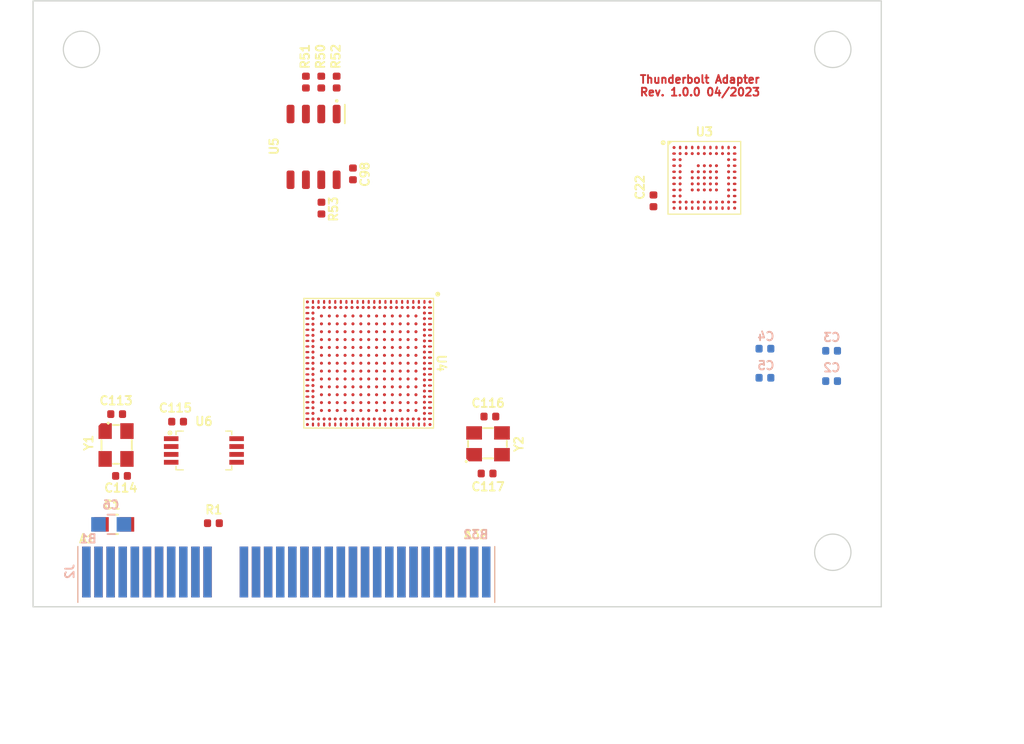
<source format=kicad_pcb>
(kicad_pcb (version 20211014) (generator pcbnew)
  (layers (0 "F.Cu" signal) (31 "B.Cu" signal) (34 "B.Paste" user) (35 "F.Paste" user) (36 "B.SilkS" user "B.Silkscreen") (37 "F.SilkS" user "F.Silkscreen") (38 "B.Mask" user) (39 "F.Mask" user) (44 "Edge.Cuts" user))
  (net 0 "")
  (net 1 "GND")
  (net 2 "3V3_SYS")
  (net 3 "5V0_USB")
  (net 4 "Net-(C34-Pad1)")
  (net 6 "12V0_PCIE")
  (net 11 "Net-(C35-Pad1)")
  (net 12 "Net-(C36-Pad1)")
  (net 13 "Net-(C37-Pad1)")
  (net 14 "/Power/TPS_3V3")
  (net 15 "CC2")
  (net 17 "CC1")
  (net 24 "Net-(C99-Pad2)")
  (net 25 "Net-(C100-Pad2)")
  (net 28 "AUX_P")
  (net 29 "Net-(C101-Pad2)")
  (net 30 "Net-(C102-Pad2)")
  (net 31 "PP_HV")
  (net 34 "PP_5V0")
  (net 35 "Net-(C103-Pad2)")
  (net 36 "AUX_N")
  (net 37 "Net-(C104-Pad2)")
  (net 38 "PCIE_TX0_N")
  (net 41 "PCIE_TX1_N")
  (net 43 "PCIE_TX2_N")
  (net 44 "PCIE_TX3_N")
  (net 45 "PCIE_TX0_P")
  (net 47 "PCIE_TX1_P")
  (net 49 "PCIE_TX2_P")
  (net 50 "PCIE_TX3_P")
  (net 52 "Net-(C113-Pad2)")
  (net 53 "Net-(C114-Pad2)")
  (net 57 "VBUS")
  (net 58 "USB_T_P")
  (net 59 "USB_T_N")
  (net 60 "SBU1")
  (net 61 "TB_RX1_N")
  (net 62 "TB_RX1_P")
  (net 63 "USB_B_P")
  (net 64 "USB_B_N")
  (net 65 "SBU2")
  (net 66 "TB_RX0_N")
  (net 67 "TB_RX0_P")
  (net 68 "PCIE_PWRGD")
  (net 69 "PCIE_CLK_CON_P")
  (net 70 "PCIE_CLK_CON_N")
  (net 71 "PCIE_RX0_P")
  (net 72 "PCIE_RX0_N")
  (net 73 "PCIE_RX1_P")
  (net 74 "PCIE_RX1_N")
  (net 75 "PCIE_RX2_P")
  (net 76 "PCIE_RX2_N")
  (net 77 "PCIE_RX3_P")
  (net 78 "PCIE_RX3_N")
  (net 79 "PCIE_WAKE")
  (net 80 "Net-(L3-Pad1)")
  (net 81 "I2C1_IRQ")
  (net 82 "I2C1_SCL")
  (net 83 "HPD")
  (net 84 "I2C1_SDA")
  (net 85 "Net-(R14-Pad2)")
  (net 86 "Net-(R15-Pad2)")
  (net 87 "Net-(R16-Pad2)")
  (net 88 "Net-(R17-Pad2)")
  (net 89 "Net-(R18-Pad2)")
  (net 90 "Net-(R19-Pad2)")
  (net 91 "Net-(R20-Pad2)")
  (net 92 "Net-(R21-Pad2)")
  (net 93 "Net-(R31-Pad1)")
  (net 94 "Net-(R32-Pad1)")
  (net 95 "Net-(R35-Pad1)")
  (net 96 "RESET_N")
  (net 97 "SPI_MISO")
  (net 98 "/TB Controller/FLASH_WP")
  (net 99 "SPI_CS")
  (net 100 "LSX_P2R")
  (net 101 "LSX_R2P")
  (net 102 "Net-(R56-Pad2)")
  (net 103 "Net-(R58-Pad2)")
  (net 104 "Net-(R59-Pad2)")
  (net 105 "Net-(R61-Pad2)")
  (net 106 "Net-(R62-Pad2)")
  (net 107 "Net-(R63-Pad2)")
  (net 108 "Net-(R69-Pad1)")
  (net 109 "Net-(R69-Pad2)")
  (net 110 "Net-(R70-Pad1)")
  (net 111 "Net-(R71-Pad1)")
  (net 112 "Net-(R72-Pad1)")
  (net 113 "Net-(R73-Pad1)")
  (net 114 "Net-(R74-Pad1)")
  (net 115 "Net-(R75-Pad1)")
  (net 116 "Net-(R77-Pad1)")
  (net 117 "Net-(R78-Pad1)")
  (net 118 "Net-(R79-Pad1)")
  (net 119 "Net-(R80-Pad1)")
  (net 120 "Net-(R81-Pad1)")
  (net 121 "Net-(R82-Pad1)")
  (net 122 "Net-(R83-Pad1)")
  (net 123 "Net-(R84-Pad1)")
  (net 124 "Net-(R85-Pad1)")
  (net 125 "Net-(R86-Pad1)")
  (net 126 "Net-(R87-Pad1)")
  (net 127 "Net-(R88-Pad1)")
  (net 128 "Net-(R89-Pad1)")
  (net 129 "SPI_SCLK")
  (net 130 "SPI_MOSI")
  (net 131 "USB_RP_N")
  (net 132 "USB_RP_P")
  (net 133 "/TB Controller/PCIE_CLK_JHL_P")
  (net 134 "/TB Controller/PCIE_CLK_JHL_N")
  (net 135 "Net-(C31-Pad2)")
  (net 136 "Net-(C51-Pad2)")
  (net 137 "Net-(C53-Pad2)")
  (net 138 "Net-(C54-Pad2)")
  (net 139 "Net-(C56-Pad2)")
  (net 140 "Net-(C66-Pad2)")
  (net 141 "Net-(C69-Pad2)")
  (net 142 "Net-(C71-Pad2)")
  (net 143 "Net-(C74-Pad2)")
  (net 144 "Net-(C75-Pad2)")
  (net 145 "Net-(C92-Pad2)")
  (net 146 "Net-(C105-Pad1)")
  (net 147 "Net-(C106-Pad1)")
  (net 148 "Net-(C107-Pad1)")
  (net 149 "Net-(C108-Pad1)")
  (net 150 "Net-(C109-Pad1)")
  (net 151 "Net-(C110-Pad1)")
  (net 152 "Net-(C111-Pad1)")
  (net 153 "Net-(C112-Pad1)")
  (net 154 "Net-(C116-Pad1)")
  (net 155 "Net-(C117-Pad1)")
  (net 156 "Net-(R29-Pad1)")
  (net 157 "Net-(R30-Pad1)")
  (net 158 "Net-(R33-Pad1)")
  (net 159 "Net-(R34-Pad1)")
  (net 160 "Net-(R53-Pad2)")
  (net 161 "Net-(R57-Pad2)")
  (net 162 "Net-(R60-Pad2)")
  (net 163 "Net-(R64-Pad2)")
  (net 164 "Net-(R65-Pad2)")
  (net 165 "Net-(R66-Pad2)")
  (net 166 "Net-(R67-Pad2)")
  (net 167 "Net-(R68-Pad2)")
  (net 168 "Net-(R76-Pad1)")
  (footprint "antmicro-footprints:C_0402_1005Metric" (layer "F.Cu") (at 137.7 84.3 180)
    (fp_text reference "C116" (at -1.3 0.7) (layer "F.SilkS") (effects (font (size 0.7 0.7)) (justify right bottom)))
    (fp_text value "C_10p_0402")
    (pad "1" smd roundrect (at -0.484 0 180) (size 0.59 0.64) (layers "F.Cu" "F.Paste" "F.Mask") (net 154 "Net-(C116-Pad1)"))
    (pad "2" smd roundrect (at 0.484 0 180) (size 0.59 0.64) (layers "F.Cu" "F.Paste" "F.Mask") (net 1 "GND"))
  )
  (footprint "antmicro-footprints:C_0402_1005Metric" (layer "F.Cu") (at 111.93 84.72 180)
    (fp_text reference "C115" (at -1.27 0.72) (layer "F.SilkS") (effects (font (size 0.7 0.7)) (justify right bottom)))
    (fp_text value "C_100n_0402")
    (pad "1" smd roundrect (at -0.484 0 180) (size 0.59 0.64) (layers "F.Cu" "F.Paste" "F.Mask") (net 1 "GND"))
    (pad "2" smd roundrect (at 0.484 0 180) (size 0.59 0.64) (layers "F.Cu" "F.Paste" "F.Mask") (net 2 "3V3_SYS"))
  )
  (footprint "antmicro-footprints:C_0402_1005Metric" (layer "F.Cu") (at 137.47 89)
    (fp_text reference "C117" (at -1.37 1.5) (layer "F.SilkS") (effects (font (size 0.7 0.7)) (justify left bottom)))
    (fp_text value "C_10p_0402")
    (pad "1" smd roundrect (at -0.484 0) (size 0.59 0.64) (layers "F.Cu" "F.Paste" "F.Mask") (net 155 "Net-(C117-Pad1)"))
    (pad "2" smd roundrect (at 0.484 0) (size 0.59 0.64) (layers "F.Cu" "F.Paste" "F.Mask") (net 1 "GND"))
  )
  (footprint "antmicro-footprints:C_0402_1005Metric" (layer "F.Cu") (at 151.2 66.5 90)
    (fp_text reference "C22" (at 0.001 -0.7 90) (layer "F.SilkS") (effects (font (size 0.7 0.7)) (justify left bottom)))
    (fp_text value "C_1u_0402")
    (pad "1" smd roundrect (at -0.484 0 90) (size 0.59 0.64) (layers "F.Cu" "F.Paste" "F.Mask") (net 1 "GND"))
    (pad "2" smd roundrect (at 0.484 0 90) (size 0.59 0.64) (layers "F.Cu" "F.Paste" "F.Mask") (net 2 "3V3_SYS"))
  )
  (footprint "antmicro-footprints:R_0402_1005Metric" (layer "F.Cu") (at 123.785 56.7 90)
    (fp_text reference "R50" (at 1 0.345 90) (layer "F.SilkS") (effects (font (size 0.7 0.7)) (justify left bottom)))
    (fp_text value "R_3k3_0402")
    (pad "1" smd roundrect (at -0.485 0 90) (size 0.59 0.64) (layers "F.Cu" "F.Paste" "F.Mask") (net 97 "SPI_MISO"))
    (pad "2" smd roundrect (at 0.485 0 90) (size 0.59 0.64) (layers "F.Cu" "F.Paste" "F.Mask") (net 2 "3V3_SYS"))
  )
  (footprint "antmicro-footprints:JHL6340SLLSQ" (layer "F.Cu") (at 127.7 79.9 -90)
    (fp_text reference "U4" (at 0 -6 -90 unlocked) (layer "F.SilkS") (effects (font (size 0.7 0.7))))
    (fp_text value "JHL6340SLLSQ")
    (pad "A1" smd circle (at -5.06 -5.06 270) (size 0.254 0.254) (layers "F.Cu" "F.Paste" "F.Mask") (net 1 "GND"))
    (pad "A2" smd oval (at -4.6 -5.06 270) (size 0.1778 0.3302) (layers "F.Cu" "F.Paste" "F.Mask") (net 2 "3V3_SYS"))
    (pad "A3" smd oval (at -4.14 -5.06 270) (size 0.1778 0.3302) (layers "F.Cu" "F.Paste" "F.Mask") (net 2 "3V3_SYS"))
    (pad "A4" smd oval (at -3.68 -5.06 270) (size 0.1778 0.3302) (layers "F.Cu" "F.Paste" "F.Mask") (net 100 "LSX_P2R"))
    (pad "A5" smd oval (at -3.22 -5.06 270) (size 0.1778 0.3302) (layers "F.Cu" "F.Paste" "F.Mask") (net 101 "LSX_R2P"))
    (pad "A6" smd oval (at -2.76 -5.06 270) (size 0.1778 0.3302) (layers "F.Cu" "F.Paste" "F.Mask") (net 1 "GND"))
    (pad "A7" smd oval (at -2.3 -5.06 270) (size 0.1778 0.3302) (layers "F.Cu" "F.Paste" "F.Mask"))
    (pad "A8" smd oval (at -1.84 -5.06 270) (size 0.1778 0.3302) (layers "F.Cu" "F.Paste" "F.Mask") (net 1 "GND"))
    (pad "A9" smd oval (at -1.38 -5.06 270) (size 0.1778 0.3302) (layers "F.Cu" "F.Paste" "F.Mask"))
    (pad "A10" smd oval (at -0.92 -5.06 270) (size 0.1778 0.3302) (layers "F.Cu" "F.Paste" "F.Mask") (net 1 "GND"))
    (pad "A11" smd oval (at -0.46 -5.06 270) (size 0.1778 0.3302) (layers "F.Cu" "F.Paste" "F.Mask"))
    (pad "A12" smd oval (at 0 -5.06 270) (size 0.1778 0.3302) (layers "F.Cu" "F.Paste" "F.Mask") (net 1 "GND"))
    (pad "A13" smd oval (at 0.46 -5.06 270) (size 0.1778 0.3302) (layers "F.Cu" "F.Paste" "F.Mask"))
    (pad "A14" smd oval (at 0.92 -5.06 270) (size 0.1778 0.3302) (layers "F.Cu" "F.Paste" "F.Mask") (net 1 "GND"))
    (pad "A15" smd oval (at 1.38 -5.06 270) (size 0.1778 0.3302) (layers "F.Cu" "F.Paste" "F.Mask") (net 62 "TB_RX1_P"))
    (pad "A16" smd oval (at 1.84 -5.06 270) (size 0.1778 0.3302) (layers "F.Cu" "F.Paste" "F.Mask") (net 1 "GND"))
    (pad "A17" smd oval (at 2.3 -5.06 270) (size 0.1778 0.3302) (layers "F.Cu" "F.Paste" "F.Mask") (net 25 "Net-(C100-Pad2)"))
    (pad "A18" smd oval (at 2.76 -5.06 270) (size 0.1778 0.3302) (layers "F.Cu" "F.Paste" "F.Mask") (net 1 "GND"))
    (pad "A19" smd oval (at 3.22 -5.06 270) (size 0.1778 0.3302) (layers "F.Cu" "F.Paste" "F.Mask") (net 24 "Net-(C99-Pad2)"))
    (pad "A20" smd oval (at 3.68 -5.06 270) (size 0.1778 0.3302) (layers "F.Cu" "F.Paste" "F.Mask") (net 1 "GND"))
    (pad "A21" smd oval (at 4.14 -5.06 270) (size 0.1778 0.3302) (layers "F.Cu" "F.Paste" "F.Mask") (net 66 "TB_RX0_N"))
    (pad "A22" smd oval (at 4.6 -5.06 270) (size 0.1778 0.3302) (layers "F.Cu" "F.Paste" "F.Mask") (net 1 "GND"))
    (pad "A23" smd circle (at 5.06 -5.06 270) (size 0.254 0.254) (layers "F.Cu" "F.Paste" "F.Mask"))
    (pad "AA1" smd oval (at -5.06 4.14 270) (size 0.3302 0.1778) (layers "F.Cu" "F.Paste" "F.Mask") (net 121 "Net-(R82-Pad1)"))
    (pad "AA2" smd circle (at -4.6 4.14 270) (size 0.254 0.254) (layers "F.Cu" "F.Paste" "F.Mask") (net 161 "Net-(R57-Pad2)"))
    (pad "AA22" smd circle (at 4.6 4.14 270) (size 0.254 0.254) (layers "F.Cu" "F.Paste" "F.Mask") (net 1 "GND"))
    (pad "AA23" smd oval (at 5.06 4.14 270) (size 0.3302 0.1778) (layers "F.Cu" "F.Paste" "F.Mask") (net 1 "GND"))
    (pad "AB1" smd oval (at -5.06 4.6 270) (size 0.3302 0.1778) (layers "F.Cu" "F.Paste" "F.Mask") (net 1 "GND"))
    (pad "AB2" smd circle (at -4.6 4.6 270) (size 0.254 0.254) (layers "F.Cu" "F.Paste" "F.Mask") (net 1 "GND"))
    (pad "AB3" smd circle (at -4.14 4.6 270) (size 0.254 0.254) (layers "F.Cu" "F.Paste" "F.Mask") (net 130 "SPI_MOSI"))
    (pad "AB4" smd circle (at -3.68 4.6 270) (size 0.254 0.254) (layers "F.Cu" "F.Paste" "F.Mask") (net 129 "SPI_SCLK"))
    (pad "AB5" smd circle (at -3.22 4.6 270) (size 0.254 0.254) (layers "F.Cu" "F.Paste" "F.Mask") (net 128 "Net-(R89-Pad1)"))
    (pad "AB6" smd circle (at -2.76 4.6 270) (size 0.254 0.254) (layers "F.Cu" "F.Paste" "F.Mask") (net 1 "GND"))
    (pad "AB7" smd circle (at -2.3 4.6 270) (size 0.254 0.254) (layers "F.Cu" "F.Paste" "F.Mask"))
    (pad "AB8" smd circle (at -1.84 4.6 270) (size 0.254 0.254) (layers "F.Cu" "F.Paste" "F.Mask") (net 1 "GND"))
    (pad "AB9" smd circle (at -1.38 4.6 270) (size 0.254 0.254) (layers "F.Cu" "F.Paste" "F.Mask"))
    (pad "AB10" smd circle (at -0.92 4.6 270) (size 0.254 0.254) (layers "F.Cu" "F.Paste" "F.Mask") (net 1 "GND"))
    (pad "AB11" smd circle (at -0.46 4.6 270) (size 0.254 0.254) (layers "F.Cu" "F.Paste" "F.Mask"))
    (pad "AB12" smd circle (at 0 4.6 270) (size 0.254 0.254) (layers "F.Cu" "F.Paste" "F.Mask") (net 1 "GND"))
    (pad "AB13" smd circle (at 0.46 4.6 270) (size 0.254 0.254) (layers "F.Cu" "F.Paste" "F.Mask"))
    (pad "AB14" smd circle (at 0.92 4.6 270) (size 0.254 0.254) (layers "F.Cu" "F.Paste" "F.Mask") (net 1 "GND"))
    (pad "AB15" smd circle (at 1.38 4.6 270) (size 0.254 0.254) (layers "F.Cu" "F.Paste" "F.Mask"))
    (pad "AB16" smd circle (at 1.84 4.6 270) (size 0.254 0.254) (layers "F.Cu" "F.Paste" "F.Mask") (net 1 "GND"))
    (pad "AB17" smd circle (at 2.3 4.6 270) (size 0.254 0.254) (layers "F.Cu" "F.Paste" "F.Mask"))
    (pad "AB18" smd circle (at 2.76 4.6 270) (size 0.254 0.254) (layers "F.Cu" "F.Paste" "F.Mask") (net 1 "GND"))
    (pad "AB19" smd circle (at 3.22 4.6 270) (size 0.254 0.254) (layers "F.Cu" "F.Paste" "F.Mask"))
    (pad "AB20" smd circle (at 3.68 4.6 270) (size 0.254 0.254) (layers "F.Cu" "F.Paste" "F.Mask") (net 1 "GND"))
    (pad "AB21" smd circle (at 4.14 4.6 270) (size 0.254 0.254) (layers "F.Cu" "F.Paste" "F.Mask"))
    (pad "AB22" smd circle (at 4.6 4.6 270) (size 0.254 0.254) (layers "F.Cu" "F.Paste" "F.Mask") (net 1 "GND"))
    (pad "AB23" smd oval (at 5.06 4.6 270) (size 0.3302 0.1778) (layers "F.Cu" "F.Paste" "F.Mask"))
    (pad "AC1" smd circle (at -5.06 5.06 270) (size 0.254 0.254) (layers "F.Cu" "F.Paste" "F.Mask") (net 1 "GND"))
    (pad "AC2" smd oval (at -4.6 5.06 270) (size 0.1778 0.3302) (layers "F.Cu" "F.Paste" "F.Mask") (net 1 "GND"))
    (pad "AC3" smd oval (at -4.14 5.06 270) (size 0.1778 0.3302) (layers "F.Cu" "F.Paste" "F.Mask") (net 99 "SPI_CS"))
    (pad "AC4" smd oval (at -3.68 5.06 270) (size 0.1778 0.3302) (layers "F.Cu" "F.Paste" "F.Mask") (net 97 "SPI_MISO"))
    (pad "AC5" smd oval (at -3.22 5.06 270) (size 0.1778 0.3302) (layers "F.Cu" "F.Paste" "F.Mask") (net 102 "Net-(R56-Pad2)"))
    (pad "AC6" smd oval (at -2.76 5.06 270) (size 0.1778 0.3302) (layers "F.Cu" "F.Paste" "F.Mask") (net 1 "GND"))
    (pad "AC7" smd oval (at -2.3 5.06 270) (size 0.1778 0.3302) (layers "F.Cu" "F.Paste" "F.Mask"))
    (pad "AC8" smd oval (at -1.84 5.06 270) (size 0.1778 0.3302) (layers "F.Cu" "F.Paste" "F.Mask") (net 1 "GND"))
    (pad "AC9" smd oval (at -1.38 5.06 270) (size 0.1778 0.3302) (layers "F.Cu" "F.Paste" "F.Mask"))
    (pad "AC10" smd oval (at -0.92 5.06 270) (size 0.1778 0.3302) (layers "F.Cu" "F.Paste" "F.Mask") (net 1 "GND"))
    (pad "AC11" smd oval (at -0.46 5.06 270) (size 0.1778 0.3302) (layers "F.Cu" "F.Paste" "F.Mask"))
    (pad "AC12" smd oval (at 0 5.06 270) (size 0.1778 0.3302) (layers "F.Cu" "F.Paste" "F.Mask") (net 1 "GND"))
    (pad "AC13" smd oval (at 0.46 5.06 270) (size 0.1778 0.3302) (layers "F.Cu" "F.Paste" "F.Mask"))
    (pad "AC14" smd oval (at 0.92 5.06 270) (size 0.1778 0.3302) (layers "F.Cu" "F.Paste" "F.Mask") (net 1 "GND"))
    (pad "AC15" smd oval (at 1.38 5.06 270) (size 0.1778 0.3302) (layers "F.Cu" "F.Paste" "F.Mask"))
    (pad "AC16" smd oval (at 1.84 5.06 270) (size 0.1778 0.3302) (layers "F.Cu" "F.Paste" "F.Mask") (net 1 "GND"))
    (pad "AC17" smd oval (at 2.3 5.06 270) (size 0.1778 0.3302) (layers "F.Cu" "F.Paste" "F.Mask"))
    (pad "AC18" smd oval (at 2.76 5.06 270) (size 0.1778 0.3302) (layers "F.Cu" "F.Paste" "F.Mask") (net 1 "GND"))
    (pad "AC19" smd oval (at 3.22 5.06 270) (size 0.1778 0.3302) (layers "F.Cu" "F.Paste" "F.Mask"))
    (pad "AC20" smd oval (at 3.68 5.06 270) (size 0.1778 0.3302) (layers "F.Cu" "F.Paste" "F.Mask") (net 1 "GND"))
    (pad "AC21" smd oval (at 4.14 5.06 270) (size 0.1778 0.3302) (layers "F.Cu" "F.Paste" "F.Mask"))
    (pad "AC22" smd oval (at 4.6 5.06 270) (size 0.1778 0.3302) (layers "F.Cu" "F.Paste" "F.Mask") (net 1 "GND"))
    (pad "AC23" smd circle (at 5.06 5.06 270) (size 0.254 0.254) (layers "F.Cu" "F.Paste" "F.Mask"))
    (pad "B1" smd oval (at -5.06 -4.6 270) (size 0.3302 0.1778) (layers "F.Cu" "F.Paste" "F.Mask") (net 1 "GND"))
    (pad "B2" smd circle (at -4.6 -4.6 270) (size 0.254 0.254) (layers "F.Cu" "F.Paste" "F.Mask") (net 1 "GND"))
    (pad "B3" smd circle (at -4.14 -4.6 270) (size 0.254 0.254) (layers "F.Cu" "F.Paste" "F.Mask") (net 2 "3V3_SYS"))
    (pad "B4" smd circle (at -3.68 -4.6 270) (size 0.254 0.254) (layers "F.Cu" "F.Paste" "F.Mask") (net 110 "Net-(R70-Pad1)"))
    (pad "B5" smd circle (at -3.22 -4.6 270) (size 0.254 0.254) (layers "F.Cu" "F.Paste" "F.Mask") (net 111 "Net-(R71-Pad1)"))
    (pad "B6" smd circle (at -2.76 -4.6 270) (size 0.254 0.254) (layers "F.Cu" "F.Paste" "F.Mask") (net 1 "GND"))
    (pad "B7" smd circle (at -2.3 -4.6 270) (size 0.254 0.254) (layers "F.Cu" "F.Paste" "F.Mask"))
    (pad "B8" smd circle (at -1.84 -4.6 270) (size 0.254 0.254) (layers "F.Cu" "F.Paste" "F.Mask") (net 1 "GND"))
    (pad "B9" smd circle (at -1.38 -4.6 270) (size 0.254 0.254) (layers "F.Cu" "F.Paste" "F.Mask"))
    (pad "B10" smd circle (at -0.92 -4.6 270) (size 0.254 0.254) (layers "F.Cu" "F.Paste" "F.Mask") (net 1 "GND"))
    (pad "B11" smd circle (at -0.46 -4.6 270) (size 0.254 0.254) (layers "F.Cu" "F.Paste" "F.Mask"))
    (pad "B12" smd circle (at 0 -4.6 270) (size 0.254 0.254) (layers "F.Cu" "F.Paste" "F.Mask") (net 1 "GND"))
    (pad "B13" smd circle (at 0.46 -4.6 270) (size 0.254 0.254) (layers "F.Cu" "F.Paste" "F.Mask"))
    (pad "B14" smd circle (at 0.92 -4.6 270) (size 0.254 0.254) (layers "F.Cu" "F.Paste" "F.Mask") (net 1 "GND"))
    (pad "B15" smd circle (at 1.38 -4.6 270) (size 0.254 0.254) (layers "F.Cu" "F.Paste" "F.Mask") (net 61 "TB_RX1_N"))
    (pad "B16" smd circle (at 1.84 -4.6 270) (size 0.254 0.254) (layers "F.Cu" "F.Paste" "F.Mask") (net 1 "GND"))
    (pad "B17" smd circle (at 2.3 -4.6 270) (size 0.254 0.254) (layers "F.Cu" "F.Paste" "F.Mask") (net 35 "Net-(C103-Pad2)"))
    (pad "B18" smd circle (at 2.76 -4.6 270) (size 0.254 0.254) (layers "F.Cu" "F.Paste" "F.Mask") (net 1 "GND"))
    (pad "B19" smd circle (at 3.22 -4.6 270) (size 0.254 0.254) (layers "F.Cu" "F.Paste" "F.Mask") (net 30 "Net-(C102-Pad2)"))
    (pad "B20" smd circle (at 3.68 -4.6 270) (size 0.254 0.254) (layers "F.Cu" "F.Paste" "F.Mask") (net 1 "GND"))
    (pad "B21" smd circle (at 4.14 -4.6 270) (size 0.254 0.254) (layers "F.Cu" "F.Paste" "F.Mask") (net 67 "TB_RX0_P"))
    (pad "B22" smd circle (at 4.6 -4.6 270) (size 0.254 0.254) (layers "F.Cu" "F.Paste" "F.Mask") (net 1 "GND"))
    (pad "B23" smd oval (at 5.06 -4.6 270) (size 0.3302 0.1778) (layers "F.Cu" "F.Paste" "F.Mask"))
    (pad "C1" smd oval (at -5.06 -4.14 270) (size 0.3302 0.1778) (layers "F.Cu" "F.Paste" "F.Mask") (net 80 "Net-(L3-Pad1)"))
    (pad "C2" smd circle (at -4.6 -4.14 270) (size 0.254 0.254) (layers "F.Cu" "F.Paste" "F.Mask") (net 80 "Net-(L3-Pad1)"))
    (pad "C22" smd circle (at 4.6 -4.14 270) (size 0.254 0.254) (layers "F.Cu" "F.Paste" "F.Mask") (net 1 "GND"))
    (pad "C23" smd oval (at 5.06 -4.14 270) (size 0.3302 0.1778) (layers "F.Cu" "F.Paste" "F.Mask") (net 1 "GND"))
    (pad "D1" smd oval (at -5.06 -3.68 270) (size 0.3302 0.1778) (layers "F.Cu" "F.Paste" "F.Mask") (net 80 "Net-(L3-Pad1)"))
    (pad "D2" smd circle (at -4.6 -3.68 270) (size 0.254 0.254) (layers "F.Cu" "F.Paste" "F.Mask") (net 125 "Net-(R86-Pad1)"))
    (pad "D4" smd circle (at -3.9 -3.9 270) (size 0.254 0.254) (layers "F.Cu" "F.Paste" "F.Mask") (net 123 "Net-(R84-Pad1)"))
    (pad "D5" smd circle (at -3.25 -3.9 270) (size 0.254 0.254) (layers "F.Cu" "F.Paste" "F.Mask") (net 1 "GND"))
    (pad "D6" smd circle (at -2.6 -3.9 270) (size 0.254 0.254) (layers "F.Cu" "F.Paste" "F.Mask") (net 1 "GND"))
    (pad "D8" smd circle (at -1.95 -3.9 270) (size 0.254 0.254) (layers "F.Cu" "F.Paste" "F.Mask") (net 1 "GND"))
    (pad "D9" smd circle (at -1.3 -3.9 270) (size 0.254 0.254) (layers "F.Cu" "F.Paste" "F.Mask") (net 1 "GND"))
    (pad "D11" smd circle (at -0.65 -3.9 270) (size 0.254 0.254) (layers "F.Cu" "F.Paste" "F.Mask") (net 1 "GND"))
    (pad "D12" smd circle (at 0 -3.9 270) (size 0.254 0.254) (layers "F.Cu" "F.Paste" "F.Mask") (net 1 "GND"))
    (pad "D13" smd circle (at 0.65 -3.9 270) (size 0.254 0.254) (layers "F.Cu" "F.Paste" "F.Mask") (net 1 "GND"))
    (pad "D15" smd circle (at 1.3 -3.9 270) (size 0.254 0.254) (layers "F.Cu" "F.Paste" "F.Mask") (net 1 "GND"))
    (pad "D16" smd circle (at 1.95 -3.9 270) (size 0.254 0.254) (layers "F.Cu" "F.Paste" "F.Mask") (net 1 "GND"))
    (pad "D18" smd circle (at 2.6 -3.9 270) (size 0.254 0.254) (layers "F.Cu" "F.Paste" "F.Mask") (net 1 "GND"))
    (pad "D19" smd circle (at 3.25 -3.9 270) (size 0.254 0.254) (layers "F.Cu" "F.Paste" "F.Mask"))
    (pad "D20" smd circle (at 3.9 -3.9 270) (size 0.254 0.254) (layers "F.Cu" "F.Paste" "F.Mask") (net 131 "USB_RP_N"))
    (pad "D22" smd circle (at 4.6 -3.68 270) (size 0.254 0.254) (layers "F.Cu" "F.Paste" "F.Mask") (net 154 "Net-(C116-Pad1)"))
    (pad "D23" smd oval (at 5.06 -3.68 270) (size 0.3302 0.1778) (layers "F.Cu" "F.Paste" "F.Mask") (net 155 "Net-(C117-Pad1)"))
    (pad "E1" smd oval (at -5.06 -3.22 270) (size 0.3302 0.1778) (layers "F.Cu" "F.Paste" "F.Mask") (net 127 "Net-(R88-Pad1)"))
    (pad "E2" smd circle (at -4.6 -3.22 270) (size 0.254 0.254) (layers "F.Cu" "F.Paste" "F.Mask") (net 122 "Net-(R83-Pad1)"))
    (pad "E4" smd circle (at -3.9 -3.25 270) (size 0.254 0.254) (layers "F.Cu" "F.Paste" "F.Mask") (net 1 "GND"))
    (pad "E5" smd circle (at -3.25 -3.25 270) (size 0.254 0.254) (layers "F.Cu" "F.Paste" "F.Mask") (net 1 "GND"))
    (pad "E6" smd circle (at -2.6 -3.25 270) (size 0.254 0.254) (layers "F.Cu" "F.Paste" "F.Mask") (net 1 "GND"))
    (pad "E8" smd circle (at -1.95 -3.25 270) (size 0.254 0.254) (layers "F.Cu" "F.Paste" "F.Mask") (net 1 "GND"))
    (pad "E9" smd circle (at -1.3 -3.25 270) (size 0.254 0.254) (layers "F.Cu" "F.Paste" "F.Mask") (net 1 "GND"))
    (pad "E11" smd circle (at -0.65 -3.25 270) (size 0.254 0.254) (layers "F.Cu" "F.Paste" "F.Mask") (net 1 "GND"))
    (pad "E12" smd circle (at 0 -3.25 270) (size 0.254 0.254) (layers "F.Cu" "F.Paste" "F.Mask") (net 143 "Net-(C74-Pad2)"))
    (pad "E13" smd circle (at 0.65 -3.25 270) (size 0.254 0.254) (layers "F.Cu" "F.Paste" "F.Mask") (net 143 "Net-(C74-Pad2)"))
    (pad "E15" smd circle (at 1.3 -3.25 270) (size 0.254 0.254) (layers "F.Cu" "F.Paste" "F.Mask") (net 1 "GND"))
    (pad "E16" smd circle (at 1.95 -3.25 270) (size 0.254 0.254) (layers "F.Cu" "F.Paste" "F.Mask") (net 1 "GND"))
    (pad "E18" smd circle (at 2.6 -3.25 270) (size 0.254 0.254) (layers "F.Cu" "F.Paste" "F.Mask"))
    (pad "E19" smd circle (at 3.25 -3.25 270) (size 0.254 0.254) (layers "F.Cu" "F.Paste" "F.Mask"))
    (pad "E20" smd circle (at 3.9 -3.25 270) (size 0.254 0.254) (layers "F.Cu" "F.Paste" "F.Mask") (net 132 "USB_RP_P"))
    (pad "E22" smd circle (at 4.6 -3.22 270) (size 0.254 0.254) (layers "F.Cu" "F.Paste" "F.Mask") (net 1 "GND"))
    (pad "E23" smd oval (at 5.06 -3.22 270) (size 0.3302 0.1778) (layers "F.Cu" "F.Paste" "F.Mask") (net 1 "GND"))
    (pad "F1" smd oval (at -5.06 -2.76 270) (size 0.3302 0.1778) (layers "F.Cu" "F.Paste" "F.Mask") (net 126 "Net-(R87-Pad1)"))
    (pad "F2" smd circle (at -4.6 -2.76 270) (size 0.254 0.254) (layers "F.Cu" "F.Paste" "F.Mask") (net 79 "PCIE_WAKE"))
    (pad "F4" smd circle (at -3.9 -2.6 270) (size 0.254 0.254) (layers "F.Cu" "F.Paste" "F.Mask") (net 96 "RESET_N"))
    (pad "F5" smd circle (at -3.25 -2.6 270) (size 0.254 0.254) (layers "F.Cu" "F.Paste" "F.Mask") (net 1 "GND"))
    (pad "F6" smd circle (at -2.6 -2.6 270) (size 0.254 0.254) (layers "F.Cu" "F.Paste" "F.Mask") (net 1 "GND"))
    (pad "F8" smd circle (at -1.95 -2.6 270) (size 0.254 0.254) (layers "F.Cu" "F.Paste" "F.Mask") (net 2 "3V3_SYS"))
    (pad "F9" smd circle (at -1.3 -2.6 270) (size 0.254 0.254) (layers "F.Cu" "F.Paste" "F.Mask") (net 1 "GND"))
    (pad "F11" smd circle (at -0.65 -2.6 270) (size 0.254 0.254) (layers "F.Cu" "F.Paste" "F.Mask") (net 143 "Net-(C74-Pad2)"))
    (pad "F12" smd circle (at 0 -2.6 270) (size 0.254 0.254) (layers "F.Cu" "F.Paste" "F.Mask") (net 143 "Net-(C74-Pad2)"))
    (pad "F13" smd circle (at 0.65 -2.6 270) (size 0.254 0.254) (layers "F.Cu" "F.Paste" "F.Mask") (net 143 "Net-(C74-Pad2)"))
    (pad "F15" smd circle (at 1.3 -2.6 270) (size 0.254 0.254) (layers "F.Cu" "F.Paste" "F.Mask") (net 143 "Net-(C74-Pad2)"))
    (pad "F16" smd circle (at 1.95 -2.6 270) (size 0.254 0.254) (layers "F.Cu" "F.Paste" "F.Mask") (net 1 "GND"))
    (pad "F18" smd circle (at 2.6 -2.6 270) (size 0.254 0.254) (layers "F.Cu" "F.Paste" "F.Mask") (net 144 "Net-(C75-Pad2)"))
    (pad "F19" smd circle (at 3.25 -2.6 270) (size 0.254 0.254) (layers "F.Cu" "F.Paste" "F.Mask") (net 113 "Net-(R73-Pad1)"))
    (pad "F20" smd circle (at 3.9 -2.6 270) (size 0.254 0.254) (layers "F.Cu" "F.Paste" "F.Mask") (net 1 "GND"))
    (pad "F22" smd circle (at 4.6 -2.76 270) (size 0.254 0.254) (layers "F.Cu" "F.Paste" "F.Mask") (net 149 "Net-(C108-Pad1)"))
    (pad "F23" smd oval (at 5.06 -2.76 270) (size 0.3302 0.1778) (layers "F.Cu" "F.Paste" "F.Mask") (net 153 "Net-(C112-Pad1)"))
    (pad "G1" smd oval (at -5.06 -2.3 270) (size 0.3302 0.1778) (layers "F.Cu" "F.Paste" "F.Mask") (net 115 "Net-(R75-Pad1)"))
    (pad "G2" smd circle (at -4.6 -2.3 270) (size 0.254 0.254) (layers "F.Cu" "F.Paste" "F.Mask") (net 112 "Net-(R72-Pad1)"))
    (pad "G22" smd circle (at 4.6 -2.3 270) (size 0.254 0.254) (layers "F.Cu" "F.Paste" "F.Mask") (net 1 "GND"))
    (pad "G23" smd oval (at 5.06 -2.3 270) (size 0.3302 0.1778) (layers "F.Cu" "F.Paste" "F.Mask") (net 1 "GND"))
    (pad "H1" smd oval (at -5.06 -1.84 270) (size 0.3302 0.1778) (layers "F.Cu" "F.Paste" "F.Mask") (net 1 "GND"))
    (pad "H2" smd circle (at -4.6 -1.84 270) (size 0.254 0.254) (layers "F.Cu" "F.Paste" "F.Mask") (net 1 "GND"))
    (pad "H4" smd circle (at -3.9 -1.95 270) (size 0.254 0.254) (layers "F.Cu" "F.Paste" "F.Mask") (net 124 "Net-(R85-Pad1)"))
    (pad "H5" smd circle (at -3.25 -1.95 270) (size 0.254 0.254) (layers "F.Cu" "F.Paste" "F.Mask") (net 1 "GND"))
    (pad "H6" smd circle (at -2.6 -1.95 270) (size 0.254 0.254) (layers "F.Cu" "F.Paste" "F.Mask") (net 109 "Net-(R69-Pad2)"))
    (pad "H8" smd circle (at -1.95 -1.95 270) (size 0.254 0.254) (layers "F.Cu" "F.Paste" "F.Mask") (net 1 "GND"))
    (pad "H9" smd circle (at -1.3 -1.95 270) (size 0.254 0.254) (layers "F.Cu" "F.Paste" "F.Mask") (net 2 "3V3_SYS"))
    (pad "H11" smd circle (at -0.65 -1.95 270) (size 0.254 0.254) (layers "F.Cu" "F.Paste" "F.Mask") (net 144 "Net-(C75-Pad2)"))
    (pad "H12" smd circle (at 0 -1.95 270) (size 0.254 0.254) (layers "F.Cu" "F.Paste" "F.Mask") (net 1 "GND"))
    (pad "H13" smd circle (at 0.65 -1.95 270) (size 0.254 0.254) (layers "F.Cu" "F.Paste" "F.Mask") (net 1 "GND"))
    (pad "H15" smd circle (at 1.3 -1.95 270) (size 0.254 0.254) (layers "F.Cu" "F.Paste" "F.Mask") (net 1 "GND"))
    (pad "H16" smd circle (at 1.95 -1.95 270) (size 0.254 0.254) (layers "F.Cu" "F.Paste" "F.Mask") (net 1 "GND"))
    (pad "H18" smd circle (at 2.6 -1.95 270) (size 0.254 0.254) (layers "F.Cu" "F.Paste" "F.Mask") (net 144 "Net-(C75-Pad2)"))
    (pad "H19" smd circle (at 3.25 -1.95 270) (size 0.254 0.254) (layers "F.Cu" "F.Paste" "F.Mask") (net 167 "Net-(R68-Pad2)"))
    (pad "H20" smd circle (at 3.9 -1.95 270) (size 0.254 0.254) (layers "F.Cu" "F.Paste" "F.Mask") (net 1 "GND"))
    (pad "H22" smd circle (at 4.6 -1.84 270) (size 0.254 0.254) (layers "F.Cu" "F.Paste" "F.Mask") (net 78 "PCIE_RX3_N"))
    (pad "H23" smd oval (at 5.06 -1.84 270) (size 0.3302 0.1778) (layers "F.Cu" "F.Paste" "F.Mask") (net 77 "PCIE_RX3_P"))
    (pad "J1" smd oval (at -5.06 -1.38 270) (size 0.3302 0.1778) (layers "F.Cu" "F.Paste" "F.Mask"))
    (pad "J2" smd circle (at -4.6 -1.38 270) (size 0.254 0.254) (layers "F.Cu" "F.Paste" "F.Mask"))
    (pad "J4" smd circle (at -3.9 -1.3 270) (size 0.254 0.254) (layers "F.Cu" "F.Paste" "F.Mask") (net 81 "I2C1_IRQ"))
    (pad "J5" smd circle (at -3.25 -1.3 270) (size 0.254 0.254) (layers "F.Cu" "F.Paste" "F.Mask") (net 1 "GND"))
    (pad "J6" smd circle (at -2.6 -1.3 270) (size 0.254 0.254) (layers "F.Cu" "F.Paste" "F.Mask") (net 108 "Net-(R69-Pad1)"))
    (pad "J8" smd circle (at -1.95 -1.3 270) (size 0.254 0.254) (layers "F.Cu" "F.Paste" "F.Mask") (net 1 "GND"))
    (pad "J9" smd circle (at -1.3 -1.3 270) (size 0.254 0.254) (layers "F.Cu" "F.Paste" "F.Mask") (net 143 "Net-(C74-Pad2)"))
    (pad "J11" smd circle (at -0.65 -1.3 270) (size 0.254 0.254) (layers "F.Cu" "F.Paste" "F.Mask") (net 144 "Net-(C75-Pad2)"))
    (pad "J12" smd circle (at 0 -1.3 270) (size 0.254 0.254) (layers "F.Cu" "F.Paste" "F.Mask") (net 1 "GND"))
    (pad "J13" smd circle (at 0.65 -1.3 270) (size 0.254 0.254) (layers "F.Cu" "F.Paste" "F.Mask") (net 1 "GND"))
    (pad "J15" smd circle (at 1.3 -1.3 270) (size 0.254 0.254) (layers "F.Cu" "F.Paste" "F.Mask") (net 1 "GND"))
    (pad "J16" smd circle (at 1.95 -1.3 270) (size 0.254 0.254) (layers "F.Cu" "F.Paste" "F.Mask") (net 141 "Net-(C69-Pad2)"))
    (pad "J18" smd circle (at 2.6 -1.3 270) (size 0.254 0.254) (layers "F.Cu" "F.Paste" "F.Mask") (net 1 "GND"))
    (pad "J19" smd circle (at 3.25 -1.3 270) (size 0.254 0.254) (layers "F.Cu" "F.Paste" "F.Mask") (net 1 "GND"))
    (pad "J20" smd circle (at 3.9 -1.3 270) (size 0.254 0.254) (layers "F.Cu" "F.Paste" "F.Mask") (net 1 "GND"))
    (pad "J22" smd circle (at 4.6 -1.38 270) (size 0.254 0.254) (layers "F.Cu" "F.Paste" "F.Mask") (net 1 "GND"))
    (pad "J23" smd oval (at 5.06 -1.38 270) (size 0.3302 0.1778) (layers "F.Cu" "F.Paste" "F.Mask") (net 1 "GND"))
    (pad "K1" smd oval (at -5.06 -0.92 270) (size 0.3302 0.1778) (layers "F.Cu" "F.Paste" "F.Mask") (net 1 "GND"))
    (pad "K2" smd circle (at -4.6 -0.92 270) (size 0.254 0.254) (layers "F.Cu" "F.Paste" "F.Mask") (net 1 "GND"))
    (pad "K22" smd circle (at 4.6 -0.92 270) (size 0.254 0.254) (layers "F.Cu" "F.Paste" "F.Mask") (net 148 "Net-(C107-Pad1)"))
    (pad "K23" smd oval (at 5.06 -0.92 270) (size 0.3302 0.1778) (layers "F.Cu" "F.Paste" "F.Mask") (net 152 "Net-(C111-Pad1)"))
    (pad "L1" smd oval (at -5.06 -0.46 270) (size 0.3302 0.1778) (layers "F.Cu" "F.Paste" "F.Mask"))
    (pad "L2" smd circle (at -4.6 -0.46 270) (size 0.254 0.254) (layers "F.Cu" "F.Paste" "F.Mask"))
    (pad "L4" smd circle (at -3.9 -0.65 270) (size 0.254 0.254) (layers "F.Cu" "F.Paste" "F.Mask") (net 68 "PCIE_PWRGD"))
    (pad "L5" smd circle (at -3.25 -0.65 270) (size 0.254 0.254) (layers "F.Cu" "F.Paste" "F.Mask") (net 1 "GND"))
    (pad "L6" smd circle (at -2.6 -0.65 270) (size 0.254 0.254) (layers "F.Cu" "F.Paste" "F.Mask") (net 137 "Net-(C53-Pad2)"))
    (pad "L8" smd circle (at -1.95 -0.65 270) (size 0.254 0.254) (layers "F.Cu" "F.Paste" "F.Mask") (net 137 "Net-(C53-Pad2)"))
    (pad "L9" smd circle (at -1.3 -0.65 270) (size 0.254 0.254) (layers "F.Cu" "F.Paste" "F.Mask") (net 143 "Net-(C74-Pad2)"))
    (pad "L11" smd circle (at -0.65 -0.65 270) (size 0.254 0.254) (layers "F.Cu" "F.Paste" "F.Mask") (net 137 "Net-(C53-Pad2)"))
    (pad "L12" smd circle (at 0 -0.65 270) (size 0.254 0.254) (layers "F.Cu" "F.Paste" "F.Mask") (net 137 "Net-(C53-Pad2)"))
    (pad "L13" smd circle (at 0.65 -0.65 270) (size 0.254 0.254) (layers "F.Cu" "F.Paste" "F.Mask") (net 1 "GND"))
    (pad "L15" smd circle (at 1.3 -0.65 270) (size 0.254 0.254) (layers "F.Cu" "F.Paste" "F.Mask") (net 1 "GND"))
    (pad "L16" smd circle (at 1.95 -0.65 270) (size 0.254 0.254) (layers "F.Cu" "F.Paste" "F.Mask") (net 140 "Net-(C66-Pad2)"))
    (pad "L18" smd circle (at 2.6 -0.65 270) (size 0.254 0.254) (layers "F.Cu" "F.Paste" "F.Mask") (net 139 "Net-(C56-Pad2)"))
    (pad "L19" smd circle (at 3.25 -0.65 270) (size 0.254 0.254) (layers "F.Cu" "F.Paste" "F.Mask") (net 139 "Net-(C56-Pad2)"))
    (pad "L20" smd circle (at 3.9 -0.65 270) (size 0.254 0.254) (layers "F.Cu" "F.Paste" "F.Mask") (net 1 "GND"))
    (pad "L22" smd circle (at 4.6 -0.46 270) (size 0.254 0.254) (layers "F.Cu" "F.Paste" "F.Mask") (net 1 "GND"))
    (pad "L23" smd oval (at 5.06 -0.46 270) (size 0.3302 0.1778) (layers "F.Cu" "F.Paste" "F.Mask") (net 1 "GND"))
    (pad "M1" smd oval (at -5.06 0 270) (size 0.3302 0.1778) (layers "F.Cu" "F.Paste" "F.Mask") (net 1 "GND"))
    (pad "M2" smd circle (at -4.6 0 270) (size 0.254 0.254) (layers "F.Cu" "F.Paste" "F.Mask") (net 1 "GND"))
    (pad "M4" smd circle (at -3.9 0 270) (size 0.254 0.254) (layers "F.Cu" "F.Paste" "F.Mask") (net 83 "HPD"))
    (pad "M5" smd circle (at -3.25 0 270) (size 0.254 0.254) (layers "F.Cu" "F.Paste" "F.Mask") (net 1 "GND"))
    (pad "M6" smd circle (at -2.6 0 270) (size 0.254 0.254) (layers "F.Cu" "F.Paste" "F.Mask") (net 137 "Net-(C53-Pad2)"))
    (pad "M8" smd circle (at -1.95 0 270) (size 0.254 0.254) (layers "F.Cu" "F.Paste" "F.Mask") (net 137 "Net-(C53-Pad2)"))
    (pad "M9" smd circle (at -1.3 0 270) (size 0.254 0.254) (layers "F.Cu" "F.Paste" "F.Mask") (net 143 "Net-(C74-Pad2)"))
    (pad "M11" smd circle (at -0.65 0 270) (size 0.254 0.254) (layers "F.Cu" "F.Paste" "F.Mask") (net 1 "GND"))
    (pad "M12" smd circle (at 0 0 270) (size 0.254 0.254) (layers "F.Cu" "F.Paste" "F.Mask") (net 1 "GND"))
    (pad "M13" smd circle (at 0.65 0 270) (size 0.254 0.254) (layers "F.Cu" "F.Paste" "F.Mask") (net 139 "Net-(C56-Pad2)"))
    (pad "M15" smd circle (at 1.3 0 270) (size 0.254 0.254) (layers "F.Cu" "F.Paste" "F.Mask") (net 139 "Net-(C56-Pad2)"))
    (pad "M16" smd circle (at 1.95 0 270) (size 0.254 0.254) (layers "F.Cu" "F.Paste" "F.Mask") (net 139 "Net-(C56-Pad2)"))
    (pad "M18" smd circle (at 2.6 0 270) (size 0.254 0.254) (layers "F.Cu" "F.Paste" "F.Mask") (net 139 "Net-(C56-Pad2)"))
    (pad "M19" smd circle (at 3.25 0 270) (size 0.254 0.254) (layers "F.Cu" "F.Paste" "F.Mask") (net 1 "GND"))
    (pad "M20" smd circle (at 3.9 0 270) (size 0.254 0.254) (layers "F.Cu" "F.Paste" "F.Mask") (net 1 "GND"))
    (pad "M22" smd circle (at 4.6 0 270) (size 0.254 0.254) (layers "F.Cu" "F.Paste" "F.Mask") (net 76 "PCIE_RX2_N"))
    (pad "M23" smd oval (at 5.06 0 270) (size 0.3302 0.1778) (layers "F.Cu" "F.Paste" "F.Mask") (net 75 "PCIE_RX2_P"))
    (pad "N1" smd oval (at -5.06 0.46 270) (size 0.3302 0.1778) (layers "F.Cu" "F.Paste" "F.Mask"))
    (pad "N2" smd circle (at -4.6 0.46 270) (size 0.254 0.254) (layers "F.Cu" "F.Paste" "F.Mask"))
    (pad "N4" smd circle (at -3.9 0.65 270) (size 0.254 0.254) (layers "F.Cu" "F.Paste" "F.Mask") (net 106 "Net-(R62-Pad2)"))
    (pad "N5" smd circle (at -3.25 0.65 270) (size 0.254 0.254) (layers "F.Cu" "F.Paste" "F.Mask") (net 1 "GND"))
    (pad "N6" smd circle (at -2.6 0.65 270) (size 0.254 0.254) (layers "F.Cu" "F.Paste" "F.Mask") (net 168 "Net-(R76-Pad1)"))
    (pad "N8" smd circle (at -1.95 0.65 270) (size 0.254 0.254) (layers "F.Cu" "F.Paste" "F.Mask") (net 1 "GND"))
    (pad "N9" smd circle (at -1.3 0.65 270) (size 0.254 0.254) (layers "F.Cu" "F.Paste" "F.Mask") (net 1 "GND"))
    (pad "N11" smd circle (at -0.65 0.65 270) (size 0.254 0.254) (layers "F.Cu" "F.Paste" "F.Mask") (net 1 "GND"))
    (pad "N12" smd circle (at 0 0.65 270) (size 0.254 0.254) (layers "F.Cu" "F.Paste" "F.Mask") (net 1 "GND"))
    (pad "N13" smd circle (at 0.65 0.65 270) (size 0.254 0.254) (layers "F.Cu" "F.Paste" "F.Mask") (net 1 "GND"))
    (pad "N15" smd circle (at 1.3 0.65 270) (size 0.254 0.254) (layers "F.Cu" "F.Paste" "F.Mask") (net 1 "GND"))
    (pad "N16" smd circle (at 1.95 0.65 270) (size 0.254 0.254) (layers "F.Cu" "F.Paste" "F.Mask") (net 114 "Net-(R74-Pad1)"))
    (pad "N18" smd circle (at 2.6 0.65 270) (size 0.254 0.254) (layers "F.Cu" "F.Paste" "F.Mask") (net 139 "Net-(C56-Pad2)"))
    (pad "N19" smd circle (at 3.25 0.65 270) (size 0.254 0.254) (layers "F.Cu" "F.Paste" "F.Mask") (net 139 "Net-(C56-Pad2)"))
    (pad "N20" smd circle (at 3.9 0.65 270) (size 0.254 0.254) (layers "F.Cu" "F.Paste" "F.Mask") (net 1 "GND"))
    (pad "N22" smd circle (at 4.6 0.46 270) (size 0.254 0.254) (layers "F.Cu" "F.Paste" "F.Mask") (net 1 "GND"))
    (pad "N23" smd oval (at 5.06 0.46 270) (size 0.3302 0.1778) (layers "F.Cu" "F.Paste" "F.Mask") (net 1 "GND"))
    (pad "P1" smd oval (at -5.06 0.92 270) (size 0.3302 0.1778) (layers "F.Cu" "F.Paste" "F.Mask") (net 1 "GND"))
    (pad "P2" smd circle (at -4.6 0.92 270) (size 0.254 0.254) (layers "F.Cu" "F.Paste" "F.Mask") (net 1 "GND"))
    (pad "P22" smd circle (at 4.6 0.92 270) (size 0.254 0.254) (layers "F.Cu" "F.Paste" "F.Mask") (net 147 "Net-(C106-Pad1)"))
    (pad "P23" smd oval (at 5.06 0.92 270) (size 0.3302 0.1778) (layers "F.Cu" "F.Paste" "F.Mask") (net 151 "Net-(C110-Pad1)"))
    (pad "R1" smd oval (at -5.06 1.38 270) (size 0.3302 0.1778) (layers "F.Cu" "F.Paste" "F.Mask"))
    (pad "R2" smd circle (at -4.6 1.38 270) (size 0.254 0.254) (layers "F.Cu" "F.Paste" "F.Mask"))
    (pad "R4" smd circle (at -3.9 1.3 270) (size 0.254 0.254) (layers "F.Cu" "F.Paste" "F.Mask") (net 104 "Net-(R59-Pad2)"))
    (pad "R5" smd circle (at -3.25 1.3 270) (size 0.254 0.254) (layers "F.Cu" "F.Paste" "F.Mask") (net 1 "GND"))
    (pad "R6" smd circle (at -2.6 1.3 270) (size 0.254 0.254) (layers "F.Cu" "F.Paste" "F.Mask") (net 142 "Net-(C71-Pad2)"))
    (pad "R8" smd circle (at -1.95 1.3 270) (size 0.254 0.254) (layers "F.Cu" "F.Paste" "F.Mask") (net 138 "Net-(C54-Pad2)"))
    (pad "R9" smd circle (at -1.3 1.3 270) (size 0.254 0.254) (layers "F.Cu" "F.Paste" "F.Mask") (net 138 "Net-(C54-Pad2)"))
    (pad "R11" smd circle (at -0.65 1.3 270) (size 0.254 0.254) (layers "F.Cu" "F.Paste" "F.Mask") (net 138 "Net-(C54-Pad2)"))
    (pad "R12" smd circle (at 0 1.3 270) (size 0.254 0.254) (layers "F.Cu" "F.Paste" "F.Mask") (net 138 "Net-(C54-Pad2)"))
    (pad "R13" smd circle (at 0.65 1.3 270) (size 0.254 0.254) (layers "F.Cu" "F.Paste" "F.Mask") (net 145 "Net-(C92-Pad2)"))
    (pad "R15" smd circle (at 1.3 1.3 270) (size 0.254 0.254) (layers "F.Cu" "F.Paste" "F.Mask") (net 136 "Net-(C51-Pad2)"))
    (pad "R16" smd circle (at 1.95 1.3 270) (size 0.254 0.254) (layers "F.Cu" "F.Paste" "F.Mask") (net 136 "Net-(C51-Pad2)"))
    (pad "R18" smd circle (at 2.6 1.3 270) (size 0.254 0.254) (layers "F.Cu" "F.Paste" "F.Mask") (net 1 "GND"))
    (pad "R19" smd circle (at 3.25 1.3 270) (size 0.254 0.254) (layers "F.Cu" "F.Paste" "F.Mask") (net 1 "GND"))
    (pad "R20" smd circle (at 3.9 1.3 270) (size 0.254 0.254) (layers "F.Cu" "F.Paste" "F.Mask") (net 1 "GND"))
    (pad "R22" smd circle (at 4.6 1.38 270) (size 0.254 0.254) (layers "F.Cu" "F.Paste" "F.Mask") (net 1 "GND"))
    (pad "R23" smd oval (at 5.06 1.38 270) (size 0.3302 0.1778) (layers "F.Cu" "F.Paste" "F.Mask") (net 1 "GND"))
    (pad "T1" smd oval (at -5.06 1.84 270) (size 0.3302 0.1778) (layers "F.Cu" "F.Paste" "F.Mask") (net 1 "GND"))
    (pad "T2" smd circle (at -4.6 1.84 270) (size 0.254 0.254) (layers "F.Cu" "F.Paste" "F.Mask") (net 1 "GND"))
    (pad "T4" smd circle (at -3.9 1.95 270) (size 0.254 0.254) (layers "F.Cu" "F.Paste" "F.Mask") (net 165 "Net-(R66-Pad2)"))
    (pad "T5" smd circle (at -3.25 1.95 270) (size 0.254 0.254) (layers "F.Cu" "F.Paste" "F.Mask") (net 1 "GND"))
    (pad "T6" smd circle (at -2.6 1.95 270) (size 0.254 0.254) (layers "F.Cu" "F.Paste" "F.Mask") (net 1 "GND"))
    (pad "T8" smd circle (at -1.95 1.95 270) (size 0.254 0.254) (layers "F.Cu" "F.Paste" "F.Mask") (net 1 "GND"))
    (pad "T9" smd circle (at -1.3 1.95 270) (size 0.254 0.254) (layers "F.Cu" "F.Paste" "F.Mask") (net 1 "GND"))
    (pad "T11" smd circle (at -0.65 1.95 270) (size 0.254 0.254) (layers "F.Cu" "F.Paste" "F.Mask") (net 137 "Net-(C53-Pad2)"))
    (pad "T12" smd circle (at 0 1.95 270) (size 0.254 0.254) (layers "F.Cu" "F.Paste" "F.Mask") (net 137 "Net-(C53-Pad2)"))
    (pad "T13" smd circle (at 0.65 1.95 270) (size 0.254 0.254) (layers "F.Cu" "F.Paste" "F.Mask") (net 1 "GND"))
    (pad "T15" smd circle (at 1.3 1.95 270) (size 0.254 0.254) (layers "F.Cu" "F.Paste" "F.Mask") (net 1 "GND"))
    (pad "T16" smd circle (at 1.95 1.95 270) (size 0.254 0.254) (layers "F.Cu" "F.Paste" "F.Mask") (net 1 "GND"))
    (pad "T18" smd circle (at 2.6 1.95 270) (size 0.254 0.254) (layers "F.Cu" "F.Paste" "F.Mask") (net 1 "GND"))
    (pad "T19" smd circle (at 3.25 1.95 270) (size 0.254 0.254) (layers "F.Cu" "F.Paste" "F.Mask") (net 134 "/TB Controller/PCIE_CLK_JHL_N"))
    (pad "T20" smd circle (at 3.9 1.95 270) (size 0.254 0.254) (layers "F.Cu" "F.Paste" "F.Mask") (net 1 "GND"))
    (pad "T22" smd circle (at 4.6 1.84 270) (size 0.254 0.254) (layers "F.Cu" "F.Paste" "F.Mask") (net 74 "PCIE_RX1_N"))
    (pad "T23" smd oval (at 5.06 1.84 270) (size 0.3302 0.1778) (layers "F.Cu" "F.Paste" "F.Mask") (net 73 "PCIE_RX1_P"))
    (pad "U1" smd oval (at -5.06 2.3 270) (size 0.3302 0.1778) (layers "F.Cu" "F.Paste" "F.Mask") (net 84 "I2C1_SDA"))
    (pad "U2" smd circle (at -4.6 2.3 270) (size 0.254 0.254) (layers "F.Cu" "F.Paste" "F.Mask") (net 82 "I2C1_SCL"))
    (pad "U22" smd circle (at 4.6 2.3 270) (size 0.254 0.254) (layers "F.Cu" "F.Paste" "F.Mask") (net 1 "GND"))
    (pad "U23" smd oval (at 5.06 2.3 270) (size 0.3302 0.1778) (layers "F.Cu" "F.Paste" "F.Mask") (net 1 "GND"))
    (pad "V1" smd oval (at -5.06 2.76 270) (size 0.3302 0.1778) (layers "F.Cu" "F.Paste" "F.Mask") (net 98 "/TB Controller/FLASH_WP"))
    (pad "V2" smd circle (at -4.6 2.76 270) (size 0.254 0.254) (layers "F.Cu" "F.Paste" "F.Mask") (net 116 "Net-(R77-Pad1)"))
    (pad "V4" smd circle (at -3.9 2.6 270) (size 0.254 0.254) (layers "F.Cu" "F.Paste" "F.Mask") (net 164 "Net-(R65-Pad2)"))
    (pad "V5" smd circle (at -3.25 2.6 270) (size 0.254 0.254) (layers "F.Cu" "F.Paste" "F.Mask") (net 1 "GND"))
    (pad "V6" smd circle (at -2.6 2.6 270) (size 0.254 0.254) (layers "F.Cu" "F.Paste" "F.Mask") (net 1 "GND"))
    (pad "V8" smd circle (at -1.95 2.6 270) (size 0.254 0.254) (layers "F.Cu" "F.Paste" "F.Mask") (net 1 "GND"))
    (pad "V9" smd circle (at -1.3 2.6 270) (size 0.254 0.254) (layers "F.Cu" "F.Paste" "F.Mask") (net 1 "GND"))
    (pad "V11" smd circle (at -0.65 2.6 270) (size 0.254 0.254) (layers "F.Cu" "F.Paste" "F.Mask") (net 137 "Net-(C53-Pad2)"))
    (pad "V12" smd circle (at 0 2.6 270) (size 0.254 0.254) (layers "F.Cu" "F.Paste" "F.Mask") (net 137 "Net-(C53-Pad2)"))
    (pad "V13" smd circle (at 0.65 2.6 270) (size 0.254 0.254) (layers "F.Cu" "F.Paste" "F.Mask") (net 137 "Net-(C53-Pad2)"))
    (pad "V15" smd circle (at 1.3 2.6 270) (size 0.254 0.254) (layers "F.Cu" "F.Paste" "F.Mask") (net 1 "GND"))
    (pad "V16" smd circle (at 1.95 2.6 270) (size 0.254 0.254) (layers "F.Cu" "F.Paste" "F.Mask") (net 1 "GND"))
    (pad "V18" smd circle (at 2.6 2.6 270) (size 0.254 0.254) (layers "F.Cu" "F.Paste" "F.Mask"))
    (pad "V19" smd circle (at 3.25 2.6 270) (size 0.254 0.254) (layers "F.Cu" "F.Paste" "F.Mask") (net 133 "/TB Controller/PCIE_CLK_JHL_P"))
    (pad "V20" smd circle (at 3.9 2.6 270) (size 0.254 0.254) (layers "F.Cu" "F.Paste" "F.Mask") (net 1 "GND"))
    (pad "V22" smd circle (at 4.6 2.76 270) (size 0.254 0.254) (layers "F.Cu" "F.Paste" "F.Mask") (net 146 "Net-(C105-Pad1)"))
    (pad "V23" smd oval (at 5.06 2.76 270) (size 0.3302 0.1778) (layers "F.Cu" "F.Paste" "F.Mask") (net 150 "Net-(C109-Pad1)"))
    (pad "W1" smd oval (at -5.06 3.22 270) (size 0.3302 0.1778) (layers "F.Cu" "F.Paste" "F.Mask") (net 117 "Net-(R78-Pad1)"))
    (pad "W2" smd circle (at -4.6 3.22 270) (size 0.254 0.254) (layers "F.Cu" "F.Paste" "F.Mask") (net 118 "Net-(R79-Pad1)"))
    (pad "W4" smd circle (at -3.9 3.25 270) (size 0.254 0.254) (layers "F.Cu" "F.Paste" "F.Mask") (net 166 "Net-(R67-Pad2)"))
    (pad "W5" smd circle (at -3.25 3.25 270) (size 0.254 0.254) (layers "F.Cu" "F.Paste" "F.Mask") (net 1 "GND"))
    (pad "W6" smd circle (at -2.6 3.25 270) (size 0.254 0.254) (layers "F.Cu" "F.Paste" "F.Mask") (net 1 "GND"))
    (pad "W8" smd circle (at -1.95 3.25 270) (size 0.254 0.254) (layers "F.Cu" "F.Paste" "F.Mask") (net 1 "GND"))
    (pad "W9" smd circle (at -1.3 3.25 270) (size 0.254 0.254) (layers "F.Cu" "F.Paste" "F.Mask") (net 1 "GND"))
    (pad "W11" smd circle (at -0.65 3.25 270) (size 0.254 0.254) (layers "F.Cu" "F.Paste" "F.Mask"))
    (pad "W12" smd circle (at 0 3.25 270) (size 0.254 0.254) (layers "F.Cu" "F.Paste" "F.Mask"))
    (pad "W13" smd circle (at 0.65 3.25 270) (size 0.254 0.254) (layers "F.Cu" "F.Paste" "F.Mask") (net 1 "GND"))
    (pad "W15" smd circle (at 1.3 3.25 270) (size 0.254 0.254) (layers "F.Cu" "F.Paste" "F.Mask") (net 37 "Net-(C104-Pad2)"))
    (pad "W16" smd circle (at 1.95 3.25 270) (size 0.254 0.254) (layers "F.Cu" "F.Paste" "F.Mask"))
    (pad "W18" smd circle (at 2.6 3.25 270) (size 0.254 0.254) (layers "F.Cu" "F.Paste" "F.Mask") (net 1 "GND"))
    (pad "W19" smd circle (at 3.25 3.25 270) (size 0.254 0.254) (layers "F.Cu" "F.Paste" "F.Mask"))
    (pad "W20" smd circle (at 3.9 3.25 270) (size 0.254 0.254) (layers "F.Cu" "F.Paste" "F.Mask") (net 1 "GND"))
    (pad "W22" smd circle (at 4.6 3.22 270) (size 0.254 0.254) (layers "F.Cu" "F.Paste" "F.Mask") (net 1 "GND"))
    (pad "W23" smd oval (at 5.06 3.22 270) (size 0.3302 0.1778) (layers "F.Cu" "F.Paste" "F.Mask") (net 1 "GND"))
    (pad "Y1" smd oval (at -5.06 3.68 270) (size 0.3302 0.1778) (layers "F.Cu" "F.Paste" "F.Mask") (net 119 "Net-(R80-Pad1)"))
    (pad "Y2" smd circle (at -4.6 3.68 270) (size 0.254 0.254) (layers "F.Cu" "F.Paste" "F.Mask") (net 120 "Net-(R81-Pad1)"))
    (pad "Y4" smd circle (at -3.9 3.9 270) (size 0.254 0.254) (layers "F.Cu" "F.Paste" "F.Mask") (net 163 "Net-(R64-Pad2)"))
    (pad "Y5" smd circle (at -3.25 3.9 270) (size 0.254 0.254) (layers "F.Cu" "F.Paste" "F.Mask") (net 103 "Net-(R58-Pad2)"))
    (pad "Y6" smd circle (at -2.6 3.9 270) (size 0.254 0.254) (layers "F.Cu" "F.Paste" "F.Mask") (net 162 "Net-(R60-Pad2)"))
    (pad "Y8" smd circle (at -1.95 3.9 270) (size 0.254 0.254) (layers "F.Cu" "F.Paste" "F.Mask") (net 105 "Net-(R61-Pad2)"))
    (pad "Y9" smd circle (at -1.3 3.9 270) (size 0.254 0.254) (layers "F.Cu" "F.Paste" "F.Mask") (net 1 "GND"))
    (pad "Y11" smd circle (at -0.65 3.9 270) (size 0.254 0.254) (layers "F.Cu" "F.Paste" "F.Mask"))
    (pad "Y12" smd circle (at 0 3.9 270) (size 0.254 0.254) (layers "F.Cu" "F.Paste" "F.Mask"))
    (pad "Y13" smd circle (at 0.65 3.9 270) (size 0.254 0.254) (layers "F.Cu" "F.Paste" "F.Mask") (net 1 "GND"))
    (pad "Y15" smd circle (at 1.3 3.9 270) (size 0.254 0.254) (layers "F.Cu" "F.Paste" "F.Mask") (net 29 "Net-(C101-Pad2)"))
    (pad "Y16" smd circle (at 1.95 3.9 270) (size 0.254 0.254) (layers "F.Cu" "F.Paste" "F.Mask"))
    (pad "Y18" smd circle (at 2.6 3.9 270) (size 0.254 0.254) (layers "F.Cu" "F.Paste" "F.Mask") (net 107 "Net-(R63-Pad2)"))
    (pad "Y19" smd circle (at 3.25 3.9 270) (size 0.254 0.254) (layers "F.Cu" "F.Paste" "F.Mask"))
    (pad "Y20" smd circle (at 3.9 3.9 270) (size 0.254 0.254) (layers "F.Cu" "F.Paste" "F.Mask") (net 1 "GND"))
    (pad "Y22" smd circle (at 4.6 3.68 270) (size 0.254 0.254) (layers "F.Cu" "F.Paste" "F.Mask") (net 72 "PCIE_RX0_N"))
    (pad "Y23" smd oval (at 5.06 3.68 270) (size 0.3302 0.1778) (layers "F.Cu" "F.Paste" "F.Mask") (net 71 "PCIE_RX0_P"))
  )
  (footprint "antmicro-footprints:0402-res" (layer "F.Cu") (at 114.885 93.1 180)
    (fp_text reference "R1" (at -0.815 0.7) (layer "F.SilkS") (effects (font (size 0.7 0.7)) (justify right bottom)))
    (fp_text value "R_3k3_0402")
    (pad "1" smd roundrect (at -0.485 0 180) (size 0.59 0.64) (layers "F.Cu" "F.Paste" "F.Mask") (net 1 "GND"))
    (pad "2" smd roundrect (at 0.485 0 180) (size 0.59 0.64) (layers "F.Cu" "F.Paste" "F.Mask") (net 68 "PCIE_PWRGD"))
  )
  (footprint "antmicro-footprints:Oscillator_SMD_Geyer_KX-7-4Pin_3.2x2.5mm" (layer "F.Cu") (at 137.5 86.5)
    (fp_text reference "Y2" (at 3 0.8 270) (layer "F.SilkS") (effects (font (size 0.7 0.7)) (justify left bottom)))
    (fp_text value "ABM8G-25.000MHZ-B4Y-T")
    (fp_text user "." (at -1.75 1.1) (layer "F.SilkS"))
    (pad "1" smd roundrect (at -1.101 0.949) (size 1.3 1.1) (layers "F.Cu" "F.Paste" "F.Mask") (roundrect_rratio 0) (chamfer_ratio 0.2) (chamfer bottom_left) (net 155 "Net-(C117-Pad1)"))
    (pad "2" smd rect (at 1.199 0.949) (size 1.3 1.1) (layers "F.Cu" "F.Paste" "F.Mask") (net 1 "GND"))
    (pad "3" smd rect (at 1.199 -0.85) (size 1.3 1.1) (layers "F.Cu" "F.Paste" "F.Mask") (net 154 "Net-(C116-Pad1)"))
    (pad "4" smd rect (at -1.101 -0.85) (size 1.3 1.1) (layers "F.Cu" "F.Paste" "F.Mask") (net 1 "GND"))
  )
  (footprint "antmicro-footprints:C_0402_1005Metric" (layer "F.Cu") (at 106.9 84.1 180)
    (fp_text reference "C113" (at -1.4 0.7) (layer "F.SilkS") (effects (font (size 0.7 0.7)) (justify right bottom)))
    (fp_text value "C_10p_0402")
    (pad "1" smd roundrect (at -0.484 0 180) (size 0.59 0.64) (layers "F.Cu" "F.Paste" "F.Mask") (net 1 "GND"))
    (pad "2" smd roundrect (at 0.484 0 180) (size 0.59 0.64) (layers "F.Cu" "F.Paste" "F.Mask") (net 52 "Net-(C113-Pad2)"))
  )
  (footprint "antmicro-footprints:R_0402_1005Metric" (layer "F.Cu") (at 122.518 56.7 90)
    (fp_text reference "R51" (at 1 0.345 90) (layer "F.SilkS") (effects (font (size 0.7 0.7)) (justify left bottom)))
    (fp_text value "R_3k3_0402")
    (pad "1" smd roundrect (at -0.485 0 90) (size 0.59 0.64) (layers "F.Cu" "F.Paste" "F.Mask") (net 98 "/TB Controller/FLASH_WP"))
    (pad "2" smd roundrect (at 0.485 0 90) (size 0.59 0.64) (layers "F.Cu" "F.Paste" "F.Mask") (net 2 "3V3_SYS"))
  )
  (footprint "antmicro-footprints:C_0402_1005Metric" (layer "F.Cu") (at 107.3 89.2)
    (fp_text reference "C114" (at -1.5 1.4) (layer "F.SilkS") (effects (font (size 0.7 0.7)) (justify left bottom)))
    (fp_text value "C_10p_0402")
    (pad "1" smd roundrect (at -0.484 0) (size 0.59 0.64) (layers "F.Cu" "F.Paste" "F.Mask") (net 1 "GND"))
    (pad "2" smd roundrect (at 0.484 0) (size 0.59 0.64) (layers "F.Cu" "F.Paste" "F.Mask") (net 53 "Net-(C114-Pad2)"))
  )
  (footprint "antmicro-footprints:TSSOP-8_3x4.4mm_P0.65mm" (layer "F.Cu") (at 114.1 87.1)
    (fp_text reference "U6" (at 0 -2.4) (layer "F.SilkS") (effects (font (size 0.7 0.7))))
    (fp_text value "SI52112-B6-GT")
    (pad "1" smd rect (at -2.7 -0.975) (size 1.2 0.4) (layers "F.Cu" "F.Paste" "F.Mask") (net 2 "3V3_SYS"))
    (pad "2" smd rect (at -2.7 -0.325) (size 1.2 0.4) (layers "F.Cu" "F.Paste" "F.Mask") (net 52 "Net-(C113-Pad2)"))
    (pad "3" smd rect (at -2.7 0.325) (size 1.2 0.4) (layers "F.Cu" "F.Paste" "F.Mask") (net 53 "Net-(C114-Pad2)"))
    (pad "4" smd rect (at -2.7 0.975) (size 1.2 0.4) (layers "F.Cu" "F.Paste" "F.Mask") (net 1 "GND"))
    (pad "5" smd rect (at 2.7 0.975) (size 1.2 0.4) (layers "F.Cu" "F.Paste" "F.Mask") (net 69 "PCIE_CLK_CON_P"))
    (pad "6" smd rect (at 2.7 0.325) (size 1.2 0.4) (layers "F.Cu" "F.Paste" "F.Mask") (net 70 "PCIE_CLK_CON_N"))
    (pad "7" smd rect (at 2.7 -0.325) (size 1.2 0.4) (layers "F.Cu" "F.Paste" "F.Mask") (net 133 "/TB Controller/PCIE_CLK_JHL_P"))
    (pad "8" smd rect (at 2.7 -0.975) (size 1.2 0.4) (layers "F.Cu" "F.Paste" "F.Mask") (net 134 "/TB Controller/PCIE_CLK_JHL_N"))
  )
  (footprint "antmicro-footprints:R_0402_1005Metric" (layer "F.Cu") (at 125.055 56.7 90)
    (fp_text reference "R52" (at 1 0.345 90) (layer "F.SilkS") (effects (font (size 0.7 0.7)) (justify left bottom)))
    (fp_text value "R_3k3_0402")
    (pad "1" smd roundrect (at -0.485 0 90) (size 0.59 0.64) (layers "F.Cu" "F.Paste" "F.Mask") (net 99 "SPI_CS"))
    (pad "2" smd roundrect (at 0.485 0 90) (size 0.59 0.64) (layers "F.Cu" "F.Paste" "F.Mask") (net 2 "3V3_SYS"))
  )
  (footprint "antmicro-footprints:C_0402_1005Metric" (layer "F.Cu") (at 126.4 64.275856 -90)
    (fp_text reference "C98" (at -1.075856 -1.4 90) (layer "F.SilkS") (effects (font (size 0.7 0.7)) (justify right bottom)))
    (fp_text value "C_100n_0402")
    (pad "1" smd roundrect (at -0.484 0 270) (size 0.59 0.64) (layers "F.Cu" "F.Paste" "F.Mask") (net 1 "GND"))
    (pad "2" smd roundrect (at 0.484 0 270) (size 0.59 0.64) (layers "F.Cu" "F.Paste" "F.Mask") (net 2 "3V3_SYS"))
  )
  (footprint "antmicro-footprints:Oscillator_SMD_Geyer_KX-7-4Pin_3.2x2.5mm" (layer "F.Cu") (at 106.9 86.6 -90)
    (fp_text reference "Y1" (at 0.6 1.9 90) (layer "F.SilkS") (effects (font (size 0.7 0.7)) (justify left bottom)))
    (fp_text value "ABM8G-25.000MHZ-B4Y-T")
    (fp_text user "." (at -1.75 1.1 90) (layer "F.SilkS"))
    (pad "1" smd roundrect (at -1.101 0.949 270) (size 1.3 1.1) (layers "F.Cu" "F.Paste" "F.Mask") (roundrect_rratio 0) (chamfer_ratio 0.2) (chamfer bottom_left) (net 52 "Net-(C113-Pad2)"))
    (pad "2" smd rect (at 1.199 0.949 270) (size 1.3 1.1) (layers "F.Cu" "F.Paste" "F.Mask") (net 1 "GND"))
    (pad "3" smd rect (at 1.199 -0.85 270) (size 1.3 1.1) (layers "F.Cu" "F.Paste" "F.Mask") (net 53 "Net-(C114-Pad2)"))
    (pad "4" smd rect (at -1.101 -0.85 270) (size 1.3 1.1) (layers "F.Cu" "F.Paste" "F.Mask") (net 1 "GND"))
  )
  (footprint "antmicro-footprints:0805-cap" (layer "F.Cu") (at 106.7 93.2 180)
    (fp_text reference "C1" (at -0.6 1.2) (layer "F.SilkS") (effects (font (size 0.7 0.7)) (justify right bottom)))
    (fp_text value "C_10u_0805_35V")
    (pad "1" smd rect (at -1.05 0 180) (size 1.2 1.2) (layers "F.Cu" "F.Paste" "F.Mask") (net 1 "GND"))
    (pad "2" smd rect (at 1.05 0 180) (size 1.2 1.2) (layers "F.Cu" "F.Paste" "F.Mask") (net 6 "12V0_PCIE"))
  )
  (footprint "antmicro-footprints:SOIC-8_W3.9mm" (layer "F.Cu") (at 123.15 62.047856 -90)
    (fp_text reference "U5" (at 0.752144 2.85 -90) (layer "F.SilkS") (effects (font (size 0.7 0.7)) (justify left bottom)))
    (fp_text value "MX25L8006EM1I-12G")
    (pad "1" smd roundrect (at -2.714 -1.905) (size 0.65 1.525) (layers "F.Cu" "F.Paste" "F.Mask") (net 99 "SPI_CS"))
    (pad "2" smd roundrect (at -2.714 -0.635) (size 0.65 1.525) (layers "F.Cu" "F.Paste" "F.Mask") (net 97 "SPI_MISO"))
    (pad "3" smd roundrect (at -2.714 0.632) (size 0.65 1.525) (layers "F.Cu" "F.Paste" "F.Mask") (net 98 "/TB Controller/FLASH_WP"))
    (pad "4" smd roundrect (at -2.714 1.902) (size 0.65 1.525) (layers "F.Cu" "F.Paste" "F.Mask") (net 1 "GND"))
    (pad "5" smd roundrect (at 2.712 1.902) (size 0.65 1.525) (layers "F.Cu" "F.Paste" "F.Mask") (net 130 "SPI_MOSI"))
    (pad "6" smd roundrect (at 2.712 0.632) (size 0.65 1.525) (layers "F.Cu" "F.Paste" "F.Mask") (net 129 "SPI_SCLK"))
    (pad "7" smd roundrect (at 2.712 -0.635) (size 0.65 1.525) (layers "F.Cu" "F.Paste" "F.Mask") (net 160 "Net-(R53-Pad2)"))
    (pad "8" smd roundrect (at 2.712 -1.905) (size 0.65 1.525) (layers "F.Cu" "F.Paste" "F.Mask") (net 2 "3V3_SYS"))
  )
  (footprint "antmicro-footprints:IC_TPS65983BAZBHR" (layer "F.Cu") (at 155.4 64.6)
    (fp_text reference "U3" (at 0 -3.8 unlocked) (layer "F.SilkS") (effects (font (size 0.7 0.7))))
    (fp_text value "TPS65983BAZBHR")
    (pad "A1" smd circle (at -2.5 -2.5) (size 0.25 0.25) (layers "F.Cu" "F.Paste" "F.Mask") (net 1 "GND"))
    (pad "A2" smd oval (at -2 -2.5) (size 0.2 0.3) (layers "F.Cu" "F.Paste" "F.Mask") (net 12 "Net-(C36-Pad1)"))
    (pad "A3" smd oval (at -1.5 -2.5) (size 0.2 0.3) (layers "F.Cu" "F.Paste" "F.Mask") (net 129 "SPI_SCLK"))
    (pad "A4" smd oval (at -1 -2.5) (size 0.2 0.3) (layers "F.Cu" "F.Paste" "F.Mask") (net 97 "SPI_MISO"))
    (pad "A5" smd oval (at -0.5 -2.5) (size 0.2 0.3) (layers "F.Cu" "F.Paste" "F.Mask") (net 85 "Net-(R14-Pad2)"))
    (pad "A6" smd oval (at 0 -2.5) (size 0.2 0.3) (layers "F.Cu" "F.Paste" "F.Mask") (net 31 "PP_HV"))
    (pad "A7" smd oval (at 0.5 -2.5) (size 0.2 0.3) (layers "F.Cu" "F.Paste" "F.Mask") (net 31 "PP_HV"))
    (pad "A8" smd oval (at 1 -2.5) (size 0.2 0.3) (layers "F.Cu" "F.Paste" "F.Mask") (net 31 "PP_HV"))
    (pad "A9" smd oval (at 1.5 -2.5) (size 0.2 0.3) (layers "F.Cu" "F.Paste" "F.Mask"))
    (pad "A10" smd oval (at 2 -2.5) (size 0.2 0.3) (layers "F.Cu" "F.Paste" "F.Mask"))
    (pad "A11" smd circle (at 2.5 -2.5) (size 0.25 0.25) (layers "F.Cu" "F.Paste" "F.Mask") (net 34 "PP_5V0"))
    (pad "B1" smd oval (at -2.5 -2) (size 0.3 0.2) (layers "F.Cu" "F.Paste" "F.Mask") (net 2 "3V3_SYS"))
    (pad "B2" smd circle (at -2 -2 270) (size 0.25 0.25) (layers "F.Cu" "F.Paste" "F.Mask") (net 88 "Net-(R17-Pad2)"))
    (pad "B3" smd circle (at -1.5 -2) (size 0.25 0.25) (layers "F.Cu" "F.Paste" "F.Mask") (net 99 "SPI_CS"))
    (pad "B4" smd circle (at -1 -2) (size 0.25 0.25) (layers "F.Cu" "F.Paste" "F.Mask") (net 130 "SPI_MOSI"))
    (pad "B5" smd circle (at -0.5 -2 90) (size 0.25 0.25) (layers "F.Cu" "F.Paste" "F.Mask") (net 86 "Net-(R15-Pad2)"))
    (pad "B6" smd circle (at 0 -2 90) (size 0.25 0.25) (layers "F.Cu" "F.Paste" "F.Mask") (net 87 "Net-(R16-Pad2)"))
    (pad "B7" smd circle (at 0.5 -2) (size 0.25 0.25) (layers "F.Cu" "F.Paste" "F.Mask") (net 31 "PP_HV"))
    (pad "B8" smd circle (at 1 -2) (size 0.25 0.25) (layers "F.Cu" "F.Paste" "F.Mask") (net 1 "GND"))
    (pad "B9" smd circle (at 1.5 -2) (size 0.25 0.25) (layers "F.Cu" "F.Paste" "F.Mask"))
    (pad "B10" smd circle (at 2 -2) (size 0.25 0.25) (layers "F.Cu" "F.Paste" "F.Mask"))
    (pad "B11" smd oval (at 2.5 -2) (size 0.3 0.2) (layers "F.Cu" "F.Paste" "F.Mask") (net 34 "PP_5V0"))
    (pad "C1" smd oval (at -2.5 -1.5) (size 0.3 0.2) (layers "F.Cu" "F.Paste" "F.Mask") (net 81 "I2C1_IRQ"))
    (pad "C2" smd circle (at -2 -1.5 270) (size 0.25 0.25) (layers "F.Cu" "F.Paste" "F.Mask"))
    (pad "C10" smd circle (at 2 -1.5 90) (size 0.25 0.25) (layers "F.Cu" "F.Paste" "F.Mask") (net 89 "Net-(R18-Pad2)"))
    (pad "C11" smd oval (at 2.5 -1.5) (size 0.3 0.2) (layers "F.Cu" "F.Paste" "F.Mask") (net 34 "PP_5V0"))
    (pad "D1" smd oval (at -2.5 -1) (size 0.3 0.2) (layers "F.Cu" "F.Paste" "F.Mask") (net 84 "I2C1_SDA"))
    (pad "D2" smd circle (at -2 -1 270) (size 0.25 0.25) (layers "F.Cu" "F.Paste" "F.Mask") (net 82 "I2C1_SCL"))
    (pad "D5" smd circle (at -0.5 -1 180) (size 0.25 0.25) (layers "F.Cu" "F.Paste" "F.Mask") (net 156 "Net-(R29-Pad1)"))
    (pad "D6" smd circle (at 0 -1 180) (size 0.25 0.25) (layers "F.Cu" "F.Paste" "F.Mask") (net 158 "Net-(R33-Pad1)"))
    (pad "D7" smd circle (at 0.5 -1 180) (size 0.25 0.25) (layers "F.Cu" "F.Paste" "F.Mask") (net 91 "Net-(R20-Pad2)"))
    (pad "D8" smd circle (at 1 -1 180) (size 0.25 0.25) (layers "F.Cu" "F.Paste" "F.Mask") (net 1 "GND"))
    (pad "D10" smd circle (at 2 -1 90) (size 0.25 0.25) (layers "F.Cu" "F.Paste" "F.Mask"))
    (pad "D11" smd oval (at 2.5 -1) (size 0.3 0.2) (layers "F.Cu" "F.Paste" "F.Mask") (net 34 "PP_5V0"))
    (pad "E1" smd oval (at -2.5 -0.5) (size 0.3 0.2) (layers "F.Cu" "F.Paste" "F.Mask") (net 13 "Net-(C37-Pad1)"))
    (pad "E2" smd circle (at -2 -0.5) (size 0.25 0.25) (layers "F.Cu" "F.Paste" "F.Mask") (net 92 "Net-(R21-Pad2)"))
    (pad "E4" smd circle (at -1 -0.5) (size 0.25 0.25) (layers "F.Cu" "F.Paste" "F.Mask") (net 157 "Net-(R30-Pad1)"))
    (pad "E5" smd circle (at -0.5 -0.5) (size 0.25 0.25) (layers "F.Cu" "F.Paste" "F.Mask") (net 1 "GND"))
    (pad "E6" smd circle (at 0 -0.5 180) (size 0.25 0.25) (layers "F.Cu" "F.Paste" "F.Mask") (net 1 "GND"))
    (pad "E7" smd circle (at 0.5 -0.5 180) (size 0.25 0.25) (layers "F.Cu" "F.Paste" "F.Mask") (net 1 "GND"))
    (pad "E8" smd circle (at 1 -0.5 180) (size 0.25 0.25) (layers "F.Cu" "F.Paste" "F.Mask") (net 1 "GND"))
    (pad "E10" smd circle (at 2 -0.5 90) (size 0.25 0.25) (layers "F.Cu" "F.Paste" "F.Mask"))
    (pad "E11" smd oval (at 2.5 -0.5) (size 0.3 0.2) (layers "F.Cu" "F.Paste" "F.Mask") (net 94 "Net-(R32-Pad1)"))
    (pad "F1" smd oval (at -2.5 0) (size 0.3 0.2) (layers "F.Cu" "F.Paste" "F.Mask") (net 93 "Net-(R31-Pad1)"))
    (pad "F2" smd circle (at -2 0) (size 0.25 0.25) (layers "F.Cu" "F.Paste" "F.Mask") (net 92 "Net-(R21-Pad2)"))
    (pad "F4" smd circle (at -1 0 270) (size 0.25 0.25) (layers "F.Cu" "F.Paste" "F.Mask"))
    (pad "F5" smd circle (at -0.5 0 270) (size 0.25 0.25) (layers "F.Cu" "F.Paste" "F.Mask") (net 1 "GND"))
    (pad "F6" smd circle (at 0 0 180) (size 0.25 0.25) (layers "F.Cu" "F.Paste" "F.Mask") (net 1 "GND"))
    (pad "F7" smd circle (at 0.5 0) (size 0.25 0.25) (layers "F.Cu" "F.Paste" "F.Mask") (net 1 "GND"))
    (pad "F8" smd circle (at 1 0) (size 0.25 0.25) (layers "F.Cu" "F.Paste" "F.Mask") (net 1 "GND"))
    (pad "F10" smd circle (at 2 0 180) (size 0.25 0.25) (layers "F.Cu" "F.Paste" "F.Mask") (net 159 "Net-(R34-Pad1)"))
    (pad "F11" smd oval (at 2.5 0) (size 0.3 0.2) (layers "F.Cu" "F.Paste" "F.Mask") (net 96 "RESET_N"))
    (pad "G1" smd oval (at -2.5 0.5) (size 0.3 0.2) (layers "F.Cu" "F.Paste" "F.Mask") (net 14 "/Power/TPS_3V3"))
    (pad "G2" smd circle (at -2 0.5 270) (size 0.25 0.25) (layers "F.Cu" "F.Paste" "F.Mask") (net 95 "Net-(R35-Pad1)"))
    (pad "G4" smd circle (at -1 0.5 270) (size 0.25 0.25) (layers "F.Cu" "F.Paste" "F.Mask"))
    (pad "G5" smd circle (at -0.5 0.5 270) (size 0.25 0.25) (layers "F.Cu" "F.Paste" "F.Mask") (net 1 "GND"))
    (pad "G6" smd circle (at 0 0.5 180) (size 0.25 0.25) (layers "F.Cu" "F.Paste" "F.Mask") (net 1 "GND"))
    (pad "G7" smd circle (at 0.5 0.5 270) (size 0.25 0.25) (layers "F.Cu" "F.Paste" "F.Mask") (net 1 "GND"))
    (pad "G8" smd circle (at 1 0.5) (size 0.25 0.25) (layers "F.Cu" "F.Paste" "F.Mask") (net 1 "GND"))
    (pad "G10" smd circle (at 2 0.5 90) (size 0.25 0.25) (layers "F.Cu" "F.Paste" "F.Mask") (net 90 "Net-(R19-Pad2)"))
    (pad "G11" smd oval (at 2.5 0.5) (size 0.3 0.2) (layers "F.Cu" "F.Paste" "F.Mask"))
    (pad "H1" smd oval (at -2.5 1) (size 0.3 0.2) (layers "F.Cu" "F.Paste" "F.Mask") (net 2 "3V3_SYS"))
    (pad "H2" smd circle (at -2 1 270) (size 0.25 0.25) (layers "F.Cu" "F.Paste" "F.Mask") (net 4 "Net-(C34-Pad1)"))
    (pad "H4" smd circle (at -1 1 270) (size 0.25 0.25) (layers "F.Cu" "F.Paste" "F.Mask") (net 1 "GND"))
    (pad "H5" smd circle (at -0.5 1 270) (size 0.25 0.25) (layers "F.Cu" "F.Paste" "F.Mask") (net 1 "GND"))
    (pad "H6" smd circle (at 0 1 180) (size 0.25 0.25) (layers "F.Cu" "F.Paste" "F.Mask"))
    (pad "H7" smd circle (at 0.5 1 180) (size 0.25 0.25) (layers "F.Cu" "F.Paste" "F.Mask") (net 135 "Net-(C31-Pad2)"))
    (pad "H8" smd circle (at 1 1 270) (size 0.25 0.25) (layers "F.Cu" "F.Paste" "F.Mask") (net 1 "GND"))
    (pad "H10" smd circle (at 2 1 90) (size 0.25 0.25) (layers "F.Cu" "F.Paste" "F.Mask") (net 34 "PP_5V0"))
    (pad "H11" smd oval (at 2.5 1) (size 0.3 0.2) (layers "F.Cu" "F.Paste" "F.Mask") (net 57 "VBUS"))
    (pad "J1" smd oval (at -2.5 1.5) (size 0.3 0.2) (layers "F.Cu" "F.Paste" "F.Mask") (net 28 "AUX_P"))
    (pad "J2" smd circle (at -2 1.5 270) (size 0.25 0.25) (layers "F.Cu" "F.Paste" "F.Mask") (net 36 "AUX_N"))
    (pad "J10" smd circle (at 2 1.5 90) (size 0.25 0.25) (layers "F.Cu" "F.Paste" "F.Mask") (net 57 "VBUS"))
    (pad "J11" smd oval (at 2.5 1.5) (size 0.3 0.2) (layers "F.Cu" "F.Paste" "F.Mask") (net 57 "VBUS"))
    (pad "K1" smd oval (at -2.5 2) (size 0.3 0.2) (layers "F.Cu" "F.Paste" "F.Mask") (net 11 "Net-(C35-Pad1)"))
    (pad "K2" smd circle (at -2 2 180) (size 0.25 0.25) (layers "F.Cu" "F.Paste" "F.Mask") (net 1 "GND"))
    (pad "K3" smd circle (at -1.5 2 180) (size 0.25 0.25) (layers "F.Cu" "F.Paste" "F.Mask") (net 1 "GND"))
    (pad "K4" smd circle (at -1 2 270) (size 0.25 0.25) (layers "F.Cu" "F.Paste" "F.Mask") (net 100 "LSX_P2R"))
    (pad "K5" smd circle (at -0.5 2 270) (size 0.25 0.25) (layers "F.Cu" "F.Paste" "F.Mask") (net 131 "USB_RP_N"))
    (pad "K6" smd circle (at 0 2 180) (size 0.25 0.25) (layers "F.Cu" "F.Paste" "F.Mask") (net 58 "USB_T_P"))
    (pad "K7" smd circle (at 0.5 2 180) (size 0.25 0.25) (layers "F.Cu" "F.Paste" "F.Mask") (net 63 "USB_B_P"))
    (pad "K8" smd circle (at 1 2 180) (size 0.25 0.25) (layers "F.Cu" "F.Paste" "F.Mask") (net 60 "SBU1"))
    (pad "K9" smd circle (at 1.5 2 180) (size 0.25 0.25) (layers "F.Cu" "F.Paste" "F.Mask") (net 1 "GND"))
    (pad "K10" smd circle (at 2 2 270) (size 0.25 0.25) (layers "F.Cu" "F.Paste" "F.Mask") (net 1 "GND"))
    (pad "K11" smd oval (at 2.5 2) (size 0.3 0.2) (layers "F.Cu" "F.Paste" "F.Mask") (net 57 "VBUS"))
    (pad "L1" smd circle (at -2.5 2.5 270) (size 0.25 0.25) (layers "F.Cu" "F.Paste" "F.Mask") (net 1 "GND"))
    (pad "L2" smd oval (at -2 2.5) (size 0.2 0.3) (layers "F.Cu" "F.Paste" "F.Mask") (net 1 "GND"))
    (pad "L3" smd oval (at -1.5 2.5) (size 0.2 0.3) (layers "F.Cu" "F.Paste" "F.Mask") (net 1 "GND"))
    (pad "L4" smd oval (at -1 2.5) (size 0.2 0.3) (layers "F.Cu" "F.Paste" "F.Mask") (net 101 "LSX_R2P"))
    (pad "L5" smd oval (at -0.5 2.5) (size 0.2 0.3) (layers "F.Cu" "F.Paste" "F.Mask") (net 132 "USB_RP_P"))
    (pad "L6" smd oval (at 0 2.5) (size 0.2 0.3) (layers "F.Cu" "F.Paste" "F.Mask") (net 59 "USB_T_N"))
    (pad "L7" smd oval (at 0.5 2.5) (size 0.2 0.3) (layers "F.Cu" "F.Paste" "F.Mask") (net 64 "USB_B_N"))
    (pad "L8" smd oval (at 1 2.5) (size 0.2 0.3) (layers "F.Cu" "F.Paste" "F.Mask") (net 65 "SBU2"))
    (pad "L9" smd oval (at 1.5 2.5) (size 0.2 0.3) (layers "F.Cu" "F.Paste" "F.Mask") (net 17 "CC1"))
    (pad "L10" smd oval (at 2 2.5) (size 0.2 0.3) (layers "F.Cu" "F.Paste" "F.Mask") (net 15 "CC2"))
    (pad "L11" smd circle (at 2.5 2.5) (size 0.25 0.25) (layers "F.Cu" "F.Paste" "F.Mask"))
  )
  (footprint "antmicro-footprints:R_0402_1005Metric" (layer "F.Cu") (at 123.8 67.1 90)
    (fp_text reference "R53" (at -1.2 1.4 90) (layer "F.SilkS") (effects (font (size 0.7 0.7)) (justify left bottom)))
    (fp_text value "R_3k3_0402")
    (pad "1" smd roundrect (at -0.485 0 90) (size 0.59 0.64) (layers "F.Cu" "F.Paste" "F.Mask") (net 2 "3V3_SYS"))
    (pad "2" smd roundrect (at 0.485 0 90) (size 0.59 0.64) (layers "F.Cu" "F.Paste" "F.Mask") (net 160 "Net-(R53-Pad2)"))
  )
  (footprint "antmicro-footprints:C_0402_1005Metric" (layer "B.Cu") (at 165.9 78.875 180)
    (fp_text reference "C3" (at -0.8 0.7) (layer "B.SilkS") (effects (font (size 0.7 0.7)) (justify left bottom mirror)))
    (fp_text value "C_100n_0402")
    (pad "1" smd roundrect (at -0.484 0 180) (size 0.59 0.64) (layers "B.Cu" "B.Paste" "B.Mask") (net 1 "GND"))
    (pad "2" smd roundrect (at 0.484 0 180) (size 0.59 0.64) (layers "B.Cu" "B.Paste" "B.Mask") (net 3 "5V0_USB"))
  )
  (footprint "antmicro-footprints:C_0402_1005Metric" (layer "B.Cu") (at 160.4 78.7)
    (fp_text reference "C4" (at -0.7 -0.6) (layer "B.SilkS") (effects (font (size 0.7 0.7)) (justify right bottom mirror)))
    (fp_text value "C_100n_0402")
    (pad "1" smd roundrect (at -0.484 0) (size 0.59 0.64) (layers "B.Cu" "B.Paste" "B.Mask") (net 1 "GND"))
    (pad "2" smd roundrect (at 0.484 0) (size 0.59 0.64) (layers "B.Cu" "B.Paste" "B.Mask") (net 3 "5V0_USB"))
  )
  (footprint "antmicro-footprints:C_0402_1005Metric" (layer "B.Cu") (at 165.9 81.375 180)
    (fp_text reference "C2" (at -0.8 0.7) (layer "B.SilkS") (effects (font (size 0.7 0.7)) (justify left bottom mirror)))
    (fp_text value "C_100n_0402")
    (pad "1" smd roundrect (at -0.484 0 180) (size 0.59 0.64) (layers "B.Cu" "B.Paste" "B.Mask") (net 1 "GND"))
    (pad "2" smd roundrect (at 0.484 0 180) (size 0.59 0.64) (layers "B.Cu" "B.Paste" "B.Mask") (net 3 "5V0_USB"))
  )
  (footprint "antmicro-footprints:PCIE_PCIE-064-02-X-D-EMSX" (layer "B.Cu") (at 120.9 103.05)
    (fp_text reference "J2" (at -17.87 -5.96 270) (layer "B.SilkS") (effects (font (size 0.7 0.7)) (justify mirror)))
    (fp_text value "PCIe_x4_Conn_EdgeMount")
    (fp_text user "B1" (at -16.35 -8.664986 180) (layer "B.SilkS") (effects (font (size 0.7 0.7)) (justify mirror)))
    (fp_text user "B32" (at 15.65 -9.014986 180) (layer "B.SilkS") (effects (font (size 0.7 0.7)) (justify mirror)))
    (fp_text user "A32" (at 15.65 -9.014986 180) (layer "F.SilkS") (effects (font (size 0.7 0.7))))
    (fp_text user "A1" (at -16.45 -8.664986 180) (layer "F.SilkS") (effects (font (size 0.7 0.7))))
    (pad "A1" smd rect (at -16.5 -5.924954) (size 0.7 4.2) (layers "F.Cu" "B.Paste" "B.Mask"))
    (pad "A2" smd rect (at -15.5 -5.924954) (size 0.7 4.2) (layers "F.Cu" "B.Paste" "B.Mask") (net 6 "12V0_PCIE"))
    (pad "A3" smd rect (at -14.5 -5.924954) (size 0.7 4.2) (layers "F.Cu" "B.Paste" "B.Mask") (net 6 "12V0_PCIE"))
    (pad "A4" smd rect (at -13.5 -5.924954) (size 0.7 4.2) (layers "F.Cu" "B.Paste" "B.Mask") (net 1 "GND"))
    (pad "A5" smd rect (at -12.5 -5.924954) (size 0.7 4.2) (layers "F.Cu" "B.Paste" "B.Mask"))
    (pad "A6" smd rect (at -11.5 -5.924954) (size 0.7 4.2) (layers "F.Cu" "B.Paste" "B.Mask"))
    (pad "A7" smd rect (at -10.5 -5.924954) (size 0.7 4.2) (layers "F.Cu" "B.Paste" "B.Mask"))
    (pad "A8" smd rect (at -9.5 -5.924954) (size 0.7 4.2) (layers "F.Cu" "B.Paste" "B.Mask"))
    (pad "A9" smd rect (at -8.5 -5.924954) (size 0.7 4.2) (layers "F.Cu" "B.Paste" "B.Mask") (net 2 "3V3_SYS"))
    (pad "A10" smd rect (at -7.5 -5.924954) (size 0.7 4.2) (layers "F.Cu" "B.Paste" "B.Mask") (net 2 "3V3_SYS"))
    (pad "A11" smd rect (at -6.5 -5.924954) (size 0.7 4.2) (layers "F.Cu" "B.Paste" "B.Mask") (net 68 "PCIE_PWRGD"))
    (pad "A12" smd rect (at -3.5 -5.924954) (size 0.7 4.2) (layers "F.Cu" "B.Paste" "B.Mask") (net 1 "GND"))
    (pad "A13" smd rect (at -2.5 -5.924954) (size 0.7 4.2) (layers "F.Cu" "B.Paste" "B.Mask") (net 69 "PCIE_CLK_CON_P"))
    (pad "A14" smd rect (at -1.5 -5.924954) (size 0.7 4.2) (layers "F.Cu" "B.Paste" "B.Mask") (net 70 "PCIE_CLK_CON_N"))
    (pad "A15" smd rect (at -0.5 -5.924954) (size 0.7 4.2) (layers "F.Cu" "B.Paste" "B.Mask") (net 1 "GND"))
    (pad "A16" smd rect (at 0.5 -5.924954) (size 0.7 4.2) (layers "F.Cu" "B.Paste" "B.Mask") (net 71 "PCIE_RX0_P"))
    (pad "A17" smd rect (at 1.5 -5.924954) (size 0.7 4.2) (layers "F.Cu" "B.Paste" "B.Mask") (net 72 "PCIE_RX0_N"))
    (pad "A18" smd rect (at 2.5 -5.924954) (size 0.7 4.2) (layers "F.Cu" "B.Paste" "B.Mask") (net 1 "GND"))
    (pad "A19" smd rect (at 3.5 -5.924954) (size 0.7 4.2) (layers "F.Cu" "B.Paste" "B.Mask"))
    (pad "A20" smd rect (at 4.5 -5.924954) (size 0.7 4.2) (layers "F.Cu" "B.Paste" "B.Mask") (net 1 "GND"))
    (pad "A21" smd rect (at 5.5 -5.924954) (size 0.7 4.2) (layers "F.Cu" "B.Paste" "B.Mask") (net 73 "PCIE_RX1_P"))
    (pad "A22" smd rect (at 6.5 -5.924954) (size 0.7 4.2) (layers "F.Cu" "B.Paste" "B.Mask") (net 74 "PCIE_RX1_N"))
    (pad "A23" smd rect (at 7.5 -5.924954) (size 0.7 4.2) (layers "F.Cu" "B.Paste" "B.Mask") (net 1 "GND"))
    (pad "A24" smd rect (at 8.5 -5.924954) (size 0.7 4.2) (layers "F.Cu" "B.Paste" "B.Mask") (net 1 "GND"))
    (pad "A25" smd rect (at 9.5 -5.924954) (size 0.7 4.2) (layers "F.Cu" "B.Paste" "B.Mask") (net 75 "PCIE_RX2_P"))
    (pad "A26" smd rect (at 10.5 -5.924954) (size 0.7 4.2) (layers "F.Cu" "B.Paste" "B.Mask") (net 76 "PCIE_RX2_N"))
    (pad "A27" smd rect (at 11.5 -5.924954) (size 0.7 4.2) (layers "F.Cu" "B.Paste" "B.Mask") (net 1 "GND"))
    (pad "A28" smd rect (at 12.5 -5.924954) (size 0.7 4.2) (layers "F.Cu" "B.Paste" "B.Mask") (net 1 "GND"))
    (pad "A29" smd rect (at 13.5 -5.924954) (size 0.7 4.2) (layers "F.Cu" "B.Paste" "B.Mask") (net 77 "PCIE_RX3_P"))
    (pad "A30" smd rect (at 14.5 -5.924954) (size 0.7 4.2) (layers "F.Cu" "B.Paste" "B.Mask") (net 78 "PCIE_RX3_N"))
    (pad "A31" smd rect (at 15.5 -5.924954) (size 0.7 4.2) (layers "F.Cu" "B.Paste" "B.Mask") (net 1 "GND"))
    (pad "A32" smd rect (at 16.5 -5.924954) (size 0.7 4.2) (layers "F.Cu" "B.Paste" "B.Mask"))
    (pad "B1" smd rect (at -16.5 -5.92) (size 0.7 4.2) (layers "B.Cu" "F.Paste" "F.Mask") (net 6 "12V0_PCIE"))
    (pad "B2" smd rect (at -15.5 -5.92) (size 0.7 4.2) (layers "B.Cu" "F.Paste" "F.Mask") (net 6 "12V0_PCIE"))
    (pad "B3" smd rect (at -14.5 -5.92) (size 0.7 4.2) (layers "B.Cu" "F.Paste" "F.Mask") (net 6 "12V0_PCIE"))
    (pad "B4" smd rect (at -13.5 -5.92) (size 0.7 4.2) (layers "B.Cu" "F.Paste" "F.Mask") (net 1 "GND"))
    (pad "B5" smd rect (at -12.5 -5.92) (size 0.7 4.2) (layers "B.Cu" "F.Paste" "F.Mask"))
    (pad "B6" smd rect (at -11.5 -5.92) (size 0.7 4.2) (layers "B.Cu" "F.Paste" "F.Mask"))
    (pad "B7" smd rect (at -10.5 -5.92) (size 0.7 4.2) (layers "B.Cu" "F.Paste" "F.Mask") (net 1 "GND"))
    (pad "B8" smd rect (at -9.5 -5.92) (size 0.7 4.2) (layers "B.Cu" "F.Paste" "F.Mask") (net 2 "3V3_SYS"))
    (pad "B9" smd rect (at -8.5 -5.92) (size 0.7 4.2) (layers "B.Cu" "F.Paste" "F.Mask"))
    (pad "B10" smd rect (at -7.5 -5.92) (size 0.7 4.2) (layers "B.Cu" "F.Paste" "F.Mask") (net 2 "3V3_SYS"))
    (pad "B11" smd rect (at -6.5 -5.92) (size 0.7 4.2) (layers "B.Cu" "F.Paste" "F.Mask") (net 79 "PCIE_WAKE"))
    (pad "B12" smd rect (at -3.5 -5.92) (size 0.7 4.2) (layers "B.Cu" "F.Paste" "F.Mask"))
    (pad "B13" smd rect (at -2.5 -5.92) (size 0.7 4.2) (layers "B.Cu" "F.Paste" "F.Mask") (net 1 "GND"))
    (pad "B14" smd rect (at -1.5 -5.92) (size 0.7 4.2) (layers "B.Cu" "F.Paste" "F.Mask") (net 45 "PCIE_TX0_P"))
    (pad "B15" smd rect (at -0.5 -5.92) (size 0.7 4.2) (layers "B.Cu" "F.Paste" "F.Mask") (net 38 "PCIE_TX0_N"))
    (pad "B16" smd rect (at 0.5 -5.92) (size 0.7 4.2) (layers "B.Cu" "F.Paste" "F.Mask") (net 1 "GND"))
    (pad "B17" smd rect (at 1.5 -5.92) (size 0.7 4.2) (layers "B.Cu" "F.Paste" "F.Mask"))
    (pad "B18" smd rect (at 2.5 -5.92) (size 0.7 4.2) (layers "B.Cu" "F.Paste" "F.Mask") (net 1 "GND"))
    (pad "B19" smd rect (at 3.5 -5.92) (size 0.7 4.2) (layers "B.Cu" "F.Paste" "F.Mask") (net 47 "PCIE_TX1_P"))
    (pad "B20" smd rect (at 4.5 -5.92) (size 0.7 4.2) (layers "B.Cu" "F.Paste" "F.Mask") (net 41 "PCIE_TX1_N"))
    (pad "B21" smd rect (at 5.5 -5.92) (size 0.7 4.2) (layers "B.Cu" "F.Paste" "F.Mask") (net 1 "GND"))
    (pad "B22" smd rect (at 6.5 -5.92) (size 0.7 4.2) (layers "B.Cu" "F.Paste" "F.Mask") (net 1 "GND"))
    (pad "B23" smd rect (at 7.5 -5.92) (size 0.7 4.2) (layers "B.Cu" "F.Paste" "F.Mask") (net 49 "PCIE_TX2_P"))
    (pad "B24" smd rect (at 8.5 -5.92) (size 0.7 4.2) (layers "B.Cu" "F.Paste" "F.Mask") (net 43 "PCIE_TX2_N"))
    (pad "B25" smd rect (at 9.5 -5.92) (size 0.7 4.2) (layers "B.Cu" "F.Paste" "F.Mask") (net 1 "GND"))
    (pad "B26" smd rect (at 10.5 -5.92) (size 0.7 4.2) (layers "B.Cu" "F.Paste" "F.Mask") (net 1 "GND"))
    (pad "B27" smd rect (at 11.5 -5.92) (size 0.7 4.2) (layers "B.Cu" "F.Paste" "F.Mask") (net 50 "PCIE_TX3_P"))
    (pad "B28" smd rect (at 12.5 -5.92) (size 0.7 4.2) (layers "B.Cu" "F.Paste" "F.Mask") (net 44 "PCIE_TX3_N"))
    (pad "B29" smd rect (at 13.5 -5.92) (size 0.7 4.2) (layers "B.Cu" "F.Paste" "F.Mask") (net 1 "GND"))
    (pad "B30" smd rect (at 14.5 -5.92) (size 0.7 4.2) (layers "B.Cu" "F.Paste" "F.Mask"))
    (pad "B31" smd rect (at 15.5 -5.92) (size 0.7 4.2) (layers "B.Cu" "F.Paste" "F.Mask"))
    (pad "B32" smd rect (at 16.5 -5.92) (size 0.7 4.2) (layers "B.Cu" "F.Paste" "F.Mask") (net 1 "GND"))
  )
  (footprint "antmicro-footprints:0805-cap" (layer "B.Cu") (at 106.45 93.2 180)
    (fp_text reference "C6" (at -0.75 1.2) (layer "B.SilkS") (effects (font (size 0.7 0.7)) (justify left bottom mirror)))
    (fp_text value "C_10u_0805_35V")
    (pad "1" smd rect (at -1.05 0 180) (size 1.2 1.2) (layers "B.Cu" "B.Paste" "B.Mask") (net 1 "GND"))
    (pad "2" smd rect (at 1.05 0 180) (size 1.2 1.2) (layers "B.Cu" "B.Paste" "B.Mask") (net 6 "12V0_PCIE"))
  )
  (footprint "antmicro-footprints:C_0402_1005Metric" (layer "B.Cu") (at 160.4 81.1)
    (fp_text reference "C5" (at -0.7 -0.6) (layer "B.SilkS") (effects (font (size 0.7 0.7)) (justify right bottom mirror)))
    (fp_text value "C_100n_0402")
    (pad "1" smd roundrect (at -0.484 0) (size 0.59 0.64) (layers "B.Cu" "B.Paste" "B.Mask") (net 1 "GND"))
    (pad "2" smd roundrect (at 0.484 0) (size 0.59 0.64) (layers "B.Cu" "B.Paste" "B.Mask") (net 3 "5V0_USB"))
  )
  (gr_line (start 100 100) (end 170 100) (layer "Edge.Cuts") (width 0.1))
  (gr_circle (center 166 54) (end 167.5 54) (layer "Edge.Cuts") (width 0.1) (fill none))
  (gr_line (start 100 100) (end 100 50) (layer "Edge.Cuts") (width 0.1))
  (gr_line (start 170 50) (end 170 100) (layer "Edge.Cuts") (width 0.1))
  (gr_line (start 100 50) (end 170 50) (layer "Edge.Cuts") (width 0.1))
  (gr_circle (center 166 95.5) (end 167.5 95.5) (layer "Edge.Cuts") (width 0.1) (fill none))
  (gr_circle (center 104 54) (end 105.5 54) (layer "Edge.Cuts") (width 0.1) (fill none))
  (gr_text "Thunderbolt Adapter\nRev. 1.0.0 04/2023" (at 150 57) (layer "F.Cu") (effects (font (size 0.65 0.65)) (justify left)))
)
</source>
